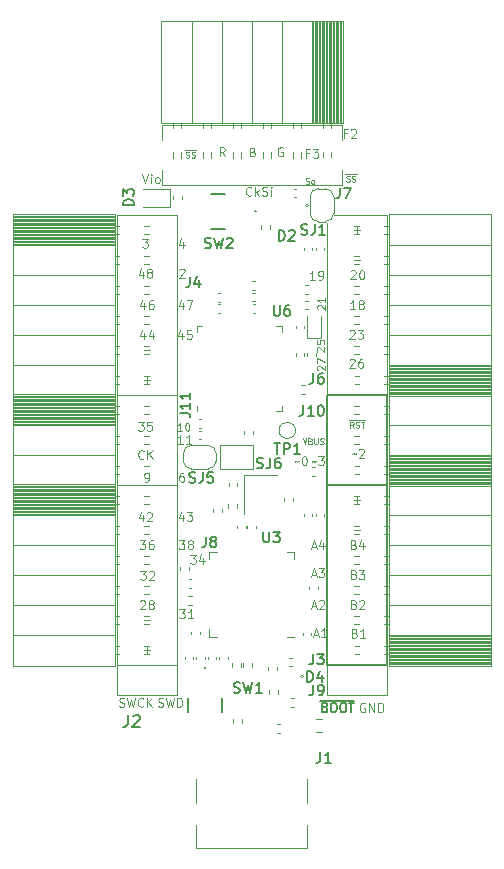
<source format=gbr>
G04 #@! TF.GenerationSoftware,KiCad,Pcbnew,(6.0.5)*
G04 #@! TF.CreationDate,2022-08-24T15:32:52-07:00*
G04 #@! TF.ProjectId,pico-ice,7069636f-2d69-4636-952e-6b696361645f,REV1*
G04 #@! TF.SameCoordinates,Original*
G04 #@! TF.FileFunction,Legend,Top*
G04 #@! TF.FilePolarity,Positive*
%FSLAX46Y46*%
G04 Gerber Fmt 4.6, Leading zero omitted, Abs format (unit mm)*
G04 Created by KiCad (PCBNEW (6.0.5)) date 2022-08-24 15:32:52*
%MOMM*%
%LPD*%
G01*
G04 APERTURE LIST*
%ADD10C,0.120000*%
%ADD11C,0.127000*%
%ADD12C,0.100000*%
%ADD13C,0.150000*%
%ADD14C,0.200000*%
G04 APERTURE END LIST*
D10*
X80010000Y-73660000D02*
X80010000Y-74930000D01*
X66040000Y-96520000D02*
X60960000Y-96520000D01*
X60960000Y-96520000D02*
X60960000Y-104140000D01*
X60960000Y-104140000D02*
X66040000Y-104140000D01*
X66040000Y-104140000D02*
X66040000Y-96520000D01*
X64770000Y-78740000D02*
X64770000Y-77470000D01*
X83820000Y-96520000D02*
X83820000Y-81280000D01*
X78740000Y-96520000D02*
X78740000Y-81915000D01*
X83820000Y-81280000D02*
X79375000Y-81280000D01*
X64770000Y-78740000D02*
X80010000Y-78740000D01*
D11*
X78740000Y-104140000D02*
X83820000Y-104140000D01*
X83820000Y-104140000D02*
X83820000Y-119380000D01*
X83820000Y-119380000D02*
X78740000Y-119380000D01*
X78740000Y-119380000D02*
X78740000Y-104140000D01*
X78740000Y-96520000D02*
X83820000Y-96520000D01*
X83820000Y-96520000D02*
X83820000Y-104140000D01*
X83820000Y-104140000D02*
X78740000Y-104140000D01*
X78740000Y-104140000D02*
X78740000Y-96520000D01*
D10*
X66040000Y-81280000D02*
X60960000Y-81280000D01*
X60960000Y-81280000D02*
X60960000Y-96520000D01*
X60960000Y-96520000D02*
X66040000Y-96520000D01*
X66040000Y-96520000D02*
X66040000Y-81280000D01*
X64770000Y-73660000D02*
X64770000Y-74930000D01*
X64770000Y-73660000D02*
X80010000Y-73660000D01*
X78790800Y-83159600D02*
X78790800Y-83159600D01*
X66040000Y-104140000D02*
X60960000Y-104140000D01*
X60960000Y-104140000D02*
X60960000Y-119380000D01*
X60960000Y-119380000D02*
X66040000Y-119380000D01*
X66040000Y-119380000D02*
X66040000Y-104140000D01*
X80010000Y-78740000D02*
X80010000Y-77470000D01*
D12*
X66589257Y-103119685D02*
X66446400Y-103119685D01*
X66374971Y-103155400D01*
X66339257Y-103191114D01*
X66267828Y-103298257D01*
X66232114Y-103441114D01*
X66232114Y-103726828D01*
X66267828Y-103798257D01*
X66303542Y-103833971D01*
X66374971Y-103869685D01*
X66517828Y-103869685D01*
X66589257Y-103833971D01*
X66624971Y-103798257D01*
X66660685Y-103726828D01*
X66660685Y-103548257D01*
X66624971Y-103476828D01*
X66589257Y-103441114D01*
X66517828Y-103405400D01*
X66374971Y-103405400D01*
X66303542Y-103441114D01*
X66267828Y-103476828D01*
X66232114Y-103548257D01*
X77449828Y-102161571D02*
X77485542Y-102125857D01*
X77556971Y-102090142D01*
X77699828Y-102161571D01*
X77771257Y-102125857D01*
X77806971Y-102090142D01*
X78021257Y-101697285D02*
X78485542Y-101697285D01*
X78235542Y-101983000D01*
X78342685Y-101983000D01*
X78414114Y-102018714D01*
X78449828Y-102054428D01*
X78485542Y-102125857D01*
X78485542Y-102304428D01*
X78449828Y-102375857D01*
X78414114Y-102411571D01*
X78342685Y-102447285D01*
X78128400Y-102447285D01*
X78056971Y-102411571D01*
X78021257Y-102375857D01*
X66536914Y-88739285D02*
X66536914Y-89239285D01*
X66358342Y-88453571D02*
X66179771Y-88989285D01*
X66644057Y-88989285D01*
X66858342Y-88489285D02*
X67358342Y-88489285D01*
X67036914Y-89239285D01*
X80683171Y-93513714D02*
X80718885Y-93478000D01*
X80790314Y-93442285D01*
X80968885Y-93442285D01*
X81040314Y-93478000D01*
X81076028Y-93513714D01*
X81111742Y-93585142D01*
X81111742Y-93656571D01*
X81076028Y-93763714D01*
X80647457Y-94192285D01*
X81111742Y-94192285D01*
X81754600Y-93442285D02*
X81611742Y-93442285D01*
X81540314Y-93478000D01*
X81504600Y-93513714D01*
X81433171Y-93620857D01*
X81397457Y-93763714D01*
X81397457Y-94049428D01*
X81433171Y-94120857D01*
X81468885Y-94156571D01*
X81540314Y-94192285D01*
X81683171Y-94192285D01*
X81754600Y-94156571D01*
X81790314Y-94120857D01*
X81826028Y-94049428D01*
X81826028Y-93870857D01*
X81790314Y-93799428D01*
X81754600Y-93763714D01*
X81683171Y-93728000D01*
X81540314Y-93728000D01*
X81468885Y-93763714D01*
X81433171Y-93799428D01*
X81397457Y-93870857D01*
X66503247Y-99525061D02*
X66140390Y-99525061D01*
X66321819Y-99525061D02*
X66321819Y-98890061D01*
X66261342Y-98980776D01*
X66200866Y-99041252D01*
X66140390Y-99071490D01*
X66896342Y-98890061D02*
X66956819Y-98890061D01*
X67017295Y-98920300D01*
X67047533Y-98950538D01*
X67077771Y-99011014D01*
X67108009Y-99131966D01*
X67108009Y-99283157D01*
X67077771Y-99404109D01*
X67047533Y-99464585D01*
X67017295Y-99494823D01*
X66956819Y-99525061D01*
X66896342Y-99525061D01*
X66835866Y-99494823D01*
X66805628Y-99464585D01*
X66775390Y-99404109D01*
X66745152Y-99283157D01*
X66745152Y-99131966D01*
X66775390Y-99011014D01*
X66805628Y-98950538D01*
X66835866Y-98920300D01*
X66896342Y-98890061D01*
X76948552Y-78612180D02*
X77019980Y-78635990D01*
X77139028Y-78635990D01*
X77186647Y-78612180D01*
X77210457Y-78588371D01*
X77234266Y-78540752D01*
X77234266Y-78493133D01*
X77210457Y-78445514D01*
X77186647Y-78421704D01*
X77139028Y-78397895D01*
X77043790Y-78374085D01*
X76996171Y-78350276D01*
X76972361Y-78326466D01*
X76948552Y-78278847D01*
X76948552Y-78231228D01*
X76972361Y-78183609D01*
X76996171Y-78159800D01*
X77043790Y-78135990D01*
X77162838Y-78135990D01*
X77234266Y-78159800D01*
X77519980Y-78635990D02*
X77472361Y-78612180D01*
X77448552Y-78588371D01*
X77424742Y-78540752D01*
X77424742Y-78397895D01*
X77448552Y-78350276D01*
X77472361Y-78326466D01*
X77519980Y-78302657D01*
X77591409Y-78302657D01*
X77639028Y-78326466D01*
X77662838Y-78350276D01*
X77686647Y-78397895D01*
X77686647Y-78540752D01*
X77662838Y-78588371D01*
X77639028Y-78612180D01*
X77591409Y-78635990D01*
X77519980Y-78635990D01*
X77944738Y-92838209D02*
X77914500Y-92807971D01*
X77884261Y-92747495D01*
X77884261Y-92596304D01*
X77914500Y-92535828D01*
X77944738Y-92505590D01*
X78005214Y-92475352D01*
X78065690Y-92475352D01*
X78156404Y-92505590D01*
X78519261Y-92868447D01*
X78519261Y-92475352D01*
X77884261Y-91900828D02*
X77884261Y-92203209D01*
X78186642Y-92233447D01*
X78156404Y-92203209D01*
X78126166Y-92142733D01*
X78126166Y-91991542D01*
X78156404Y-91931066D01*
X78186642Y-91900828D01*
X78247119Y-91870590D01*
X78398309Y-91870590D01*
X78458785Y-91900828D01*
X78489023Y-91931066D01*
X78519261Y-91991542D01*
X78519261Y-92142733D01*
X78489023Y-92203209D01*
X78458785Y-92233447D01*
X80853428Y-101526571D02*
X80889142Y-101490857D01*
X80960571Y-101455142D01*
X81103428Y-101526571D01*
X81174857Y-101490857D01*
X81210571Y-101455142D01*
X81460571Y-101133714D02*
X81496285Y-101098000D01*
X81567714Y-101062285D01*
X81746285Y-101062285D01*
X81817714Y-101098000D01*
X81853428Y-101133714D01*
X81889142Y-101205142D01*
X81889142Y-101276571D01*
X81853428Y-101383714D01*
X81424857Y-101812285D01*
X81889142Y-101812285D01*
X80759371Y-86046114D02*
X80795085Y-86010400D01*
X80866514Y-85974685D01*
X81045085Y-85974685D01*
X81116514Y-86010400D01*
X81152228Y-86046114D01*
X81187942Y-86117542D01*
X81187942Y-86188971D01*
X81152228Y-86296114D01*
X80723657Y-86724685D01*
X81187942Y-86724685D01*
X81652228Y-85974685D02*
X81723657Y-85974685D01*
X81795085Y-86010400D01*
X81830800Y-86046114D01*
X81866514Y-86117542D01*
X81902228Y-86260400D01*
X81902228Y-86438971D01*
X81866514Y-86581828D01*
X81830800Y-86653257D01*
X81795085Y-86688971D01*
X81723657Y-86724685D01*
X81652228Y-86724685D01*
X81580800Y-86688971D01*
X81545085Y-86653257D01*
X81509371Y-86581828D01*
X81473657Y-86438971D01*
X81473657Y-86260400D01*
X81509371Y-86117542D01*
X81545085Y-86046114D01*
X81580800Y-86010400D01*
X81652228Y-85974685D01*
X63158714Y-86072285D02*
X63158714Y-86572285D01*
X62980142Y-85786571D02*
X62801571Y-86322285D01*
X63265857Y-86322285D01*
X63658714Y-86143714D02*
X63587285Y-86108000D01*
X63551571Y-86072285D01*
X63515857Y-86000857D01*
X63515857Y-85965142D01*
X63551571Y-85893714D01*
X63587285Y-85858000D01*
X63658714Y-85822285D01*
X63801571Y-85822285D01*
X63873000Y-85858000D01*
X63908714Y-85893714D01*
X63944428Y-85965142D01*
X63944428Y-86000857D01*
X63908714Y-86072285D01*
X63873000Y-86108000D01*
X63801571Y-86143714D01*
X63658714Y-86143714D01*
X63587285Y-86179428D01*
X63551571Y-86215142D01*
X63515857Y-86286571D01*
X63515857Y-86429428D01*
X63551571Y-86500857D01*
X63587285Y-86536571D01*
X63658714Y-86572285D01*
X63801571Y-86572285D01*
X63873000Y-86536571D01*
X63908714Y-86500857D01*
X63944428Y-86429428D01*
X63944428Y-86286571D01*
X63908714Y-86215142D01*
X63873000Y-86179428D01*
X63801571Y-86143714D01*
X81001828Y-109191828D02*
X81108971Y-109227542D01*
X81144685Y-109263257D01*
X81180400Y-109334685D01*
X81180400Y-109441828D01*
X81144685Y-109513257D01*
X81108971Y-109548971D01*
X81037542Y-109584685D01*
X80751828Y-109584685D01*
X80751828Y-108834685D01*
X81001828Y-108834685D01*
X81073257Y-108870400D01*
X81108971Y-108906114D01*
X81144685Y-108977542D01*
X81144685Y-109048971D01*
X81108971Y-109120400D01*
X81073257Y-109156114D01*
X81001828Y-109191828D01*
X80751828Y-109191828D01*
X81823257Y-109084685D02*
X81823257Y-109584685D01*
X81644685Y-108798971D02*
X81466114Y-109334685D01*
X81930400Y-109334685D01*
X63357142Y-103844285D02*
X63500000Y-103844285D01*
X63571428Y-103808571D01*
X63607142Y-103772857D01*
X63678571Y-103665714D01*
X63714285Y-103522857D01*
X63714285Y-103237142D01*
X63678571Y-103165714D01*
X63642857Y-103130000D01*
X63571428Y-103094285D01*
X63428571Y-103094285D01*
X63357142Y-103130000D01*
X63321428Y-103165714D01*
X63285714Y-103237142D01*
X63285714Y-103415714D01*
X63321428Y-103487142D01*
X63357142Y-103522857D01*
X63428571Y-103558571D01*
X63571428Y-103558571D01*
X63642857Y-103522857D01*
X63678571Y-103487142D01*
X63714285Y-103415714D01*
X61167342Y-122883971D02*
X61274485Y-122919685D01*
X61453057Y-122919685D01*
X61524485Y-122883971D01*
X61560200Y-122848257D01*
X61595914Y-122776828D01*
X61595914Y-122705400D01*
X61560200Y-122633971D01*
X61524485Y-122598257D01*
X61453057Y-122562542D01*
X61310200Y-122526828D01*
X61238771Y-122491114D01*
X61203057Y-122455400D01*
X61167342Y-122383971D01*
X61167342Y-122312542D01*
X61203057Y-122241114D01*
X61238771Y-122205400D01*
X61310200Y-122169685D01*
X61488771Y-122169685D01*
X61595914Y-122205400D01*
X61845914Y-122169685D02*
X62024485Y-122919685D01*
X62167342Y-122383971D01*
X62310200Y-122919685D01*
X62488771Y-122169685D01*
X63203057Y-122848257D02*
X63167342Y-122883971D01*
X63060200Y-122919685D01*
X62988771Y-122919685D01*
X62881628Y-122883971D01*
X62810200Y-122812542D01*
X62774485Y-122741114D01*
X62738771Y-122598257D01*
X62738771Y-122491114D01*
X62774485Y-122348257D01*
X62810200Y-122276828D01*
X62881628Y-122205400D01*
X62988771Y-122169685D01*
X63060200Y-122169685D01*
X63167342Y-122205400D01*
X63203057Y-122241114D01*
X63524485Y-122919685D02*
X63524485Y-122169685D01*
X63953057Y-122919685D02*
X63631628Y-122491114D01*
X63953057Y-122169685D02*
X63524485Y-122598257D01*
X62892857Y-108809285D02*
X63357142Y-108809285D01*
X63107142Y-109095000D01*
X63214285Y-109095000D01*
X63285714Y-109130714D01*
X63321428Y-109166428D01*
X63357142Y-109237857D01*
X63357142Y-109416428D01*
X63321428Y-109487857D01*
X63285714Y-109523571D01*
X63214285Y-109559285D01*
X63000000Y-109559285D01*
X62928571Y-109523571D01*
X62892857Y-109487857D01*
X64000000Y-108809285D02*
X63857142Y-108809285D01*
X63785714Y-108845000D01*
X63750000Y-108880714D01*
X63678571Y-108987857D01*
X63642857Y-109130714D01*
X63642857Y-109416428D01*
X63678571Y-109487857D01*
X63714285Y-109523571D01*
X63785714Y-109559285D01*
X63928571Y-109559285D01*
X64000000Y-109523571D01*
X64035714Y-109487857D01*
X64071428Y-109416428D01*
X64071428Y-109237857D01*
X64035714Y-109166428D01*
X64000000Y-109130714D01*
X63928571Y-109095000D01*
X63785714Y-109095000D01*
X63714285Y-109130714D01*
X63678571Y-109166428D01*
X63642857Y-109237857D01*
X73267142Y-79602371D02*
X73374285Y-79638085D01*
X73552857Y-79638085D01*
X73624285Y-79602371D01*
X73660000Y-79566657D01*
X73695714Y-79495228D01*
X73695714Y-79423800D01*
X73660000Y-79352371D01*
X73624285Y-79316657D01*
X73552857Y-79280942D01*
X73410000Y-79245228D01*
X73338571Y-79209514D01*
X73302857Y-79173800D01*
X73267142Y-79102371D01*
X73267142Y-79030942D01*
X73302857Y-78959514D01*
X73338571Y-78923800D01*
X73410000Y-78888085D01*
X73588571Y-78888085D01*
X73695714Y-78923800D01*
X74017142Y-79638085D02*
X74017142Y-79138085D01*
X74017142Y-78888085D02*
X73981428Y-78923800D01*
X74017142Y-78959514D01*
X74052857Y-78923800D01*
X74017142Y-78888085D01*
X74017142Y-78959514D01*
X80657771Y-91075314D02*
X80693485Y-91039600D01*
X80764914Y-91003885D01*
X80943485Y-91003885D01*
X81014914Y-91039600D01*
X81050628Y-91075314D01*
X81086342Y-91146742D01*
X81086342Y-91218171D01*
X81050628Y-91325314D01*
X80622057Y-91753885D01*
X81086342Y-91753885D01*
X81336342Y-91003885D02*
X81800628Y-91003885D01*
X81550628Y-91289600D01*
X81657771Y-91289600D01*
X81729200Y-91325314D01*
X81764914Y-91361028D01*
X81800628Y-91432457D01*
X81800628Y-91611028D01*
X81764914Y-91682457D01*
X81729200Y-91718171D01*
X81657771Y-91753885D01*
X81443485Y-91753885D01*
X81372057Y-91718171D01*
X81336342Y-91682457D01*
X66245657Y-114676685D02*
X66709942Y-114676685D01*
X66459942Y-114962400D01*
X66567085Y-114962400D01*
X66638514Y-114998114D01*
X66674228Y-115033828D01*
X66709942Y-115105257D01*
X66709942Y-115283828D01*
X66674228Y-115355257D01*
X66638514Y-115390971D01*
X66567085Y-115426685D01*
X66352800Y-115426685D01*
X66281371Y-115390971D01*
X66245657Y-115355257D01*
X67424228Y-115426685D02*
X66995657Y-115426685D01*
X67209942Y-115426685D02*
X67209942Y-114676685D01*
X67138514Y-114783828D01*
X67067085Y-114855257D01*
X66995657Y-114890971D01*
X63158714Y-106697085D02*
X63158714Y-107197085D01*
X62980142Y-106411371D02*
X62801571Y-106947085D01*
X63265857Y-106947085D01*
X63515857Y-106518514D02*
X63551571Y-106482800D01*
X63623000Y-106447085D01*
X63801571Y-106447085D01*
X63873000Y-106482800D01*
X63908714Y-106518514D01*
X63944428Y-106589942D01*
X63944428Y-106661371D01*
X63908714Y-106768514D01*
X63480142Y-107197085D01*
X63944428Y-107197085D01*
X80295809Y-77817000D02*
X80772000Y-77817000D01*
X80391047Y-78434380D02*
X80462476Y-78458190D01*
X80581523Y-78458190D01*
X80629142Y-78434380D01*
X80652952Y-78410571D01*
X80676761Y-78362952D01*
X80676761Y-78315333D01*
X80652952Y-78267714D01*
X80629142Y-78243904D01*
X80581523Y-78220095D01*
X80486285Y-78196285D01*
X80438666Y-78172476D01*
X80414857Y-78148666D01*
X80391047Y-78101047D01*
X80391047Y-78053428D01*
X80414857Y-78005809D01*
X80438666Y-77982000D01*
X80486285Y-77958190D01*
X80605333Y-77958190D01*
X80676761Y-77982000D01*
X80772000Y-77817000D02*
X81248190Y-77817000D01*
X80867238Y-78434380D02*
X80938666Y-78458190D01*
X81057714Y-78458190D01*
X81105333Y-78434380D01*
X81129142Y-78410571D01*
X81152952Y-78362952D01*
X81152952Y-78315333D01*
X81129142Y-78267714D01*
X81105333Y-78243904D01*
X81057714Y-78220095D01*
X80962476Y-78196285D01*
X80914857Y-78172476D01*
X80891047Y-78148666D01*
X80867238Y-78101047D01*
X80867238Y-78053428D01*
X80891047Y-78005809D01*
X80914857Y-77982000D01*
X80962476Y-77958190D01*
X81081523Y-77958190D01*
X81152952Y-77982000D01*
X63113142Y-77821285D02*
X63363142Y-78571285D01*
X63613142Y-77821285D01*
X63863142Y-78571285D02*
X63863142Y-78071285D01*
X63863142Y-77821285D02*
X63827428Y-77857000D01*
X63863142Y-77892714D01*
X63898857Y-77857000D01*
X63863142Y-77821285D01*
X63863142Y-77892714D01*
X64327428Y-78571285D02*
X64256000Y-78535571D01*
X64220285Y-78499857D01*
X64184571Y-78428428D01*
X64184571Y-78214142D01*
X64220285Y-78142714D01*
X64256000Y-78107000D01*
X64327428Y-78071285D01*
X64434571Y-78071285D01*
X64506000Y-78107000D01*
X64541714Y-78142714D01*
X64577428Y-78214142D01*
X64577428Y-78428428D01*
X64541714Y-78499857D01*
X64506000Y-78535571D01*
X64434571Y-78571285D01*
X64327428Y-78571285D01*
X80994285Y-107952771D02*
X81565714Y-107952771D01*
X81027228Y-114246428D02*
X81134371Y-114282142D01*
X81170085Y-114317857D01*
X81205800Y-114389285D01*
X81205800Y-114496428D01*
X81170085Y-114567857D01*
X81134371Y-114603571D01*
X81062942Y-114639285D01*
X80777228Y-114639285D01*
X80777228Y-113889285D01*
X81027228Y-113889285D01*
X81098657Y-113925000D01*
X81134371Y-113960714D01*
X81170085Y-114032142D01*
X81170085Y-114103571D01*
X81134371Y-114175000D01*
X81098657Y-114210714D01*
X81027228Y-114246428D01*
X80777228Y-114246428D01*
X81491514Y-113960714D02*
X81527228Y-113925000D01*
X81598657Y-113889285D01*
X81777228Y-113889285D01*
X81848657Y-113925000D01*
X81884371Y-113960714D01*
X81920085Y-114032142D01*
X81920085Y-114103571D01*
X81884371Y-114210714D01*
X81455800Y-114639285D01*
X81920085Y-114639285D01*
X72343971Y-79566657D02*
X72308257Y-79602371D01*
X72201114Y-79638085D01*
X72129685Y-79638085D01*
X72022542Y-79602371D01*
X71951114Y-79530942D01*
X71915400Y-79459514D01*
X71879685Y-79316657D01*
X71879685Y-79209514D01*
X71915400Y-79066657D01*
X71951114Y-78995228D01*
X72022542Y-78923800D01*
X72129685Y-78888085D01*
X72201114Y-78888085D01*
X72308257Y-78923800D01*
X72343971Y-78959514D01*
X72665400Y-79638085D02*
X72665400Y-78888085D01*
X72736828Y-79352371D02*
X72951114Y-79638085D01*
X72951114Y-79138085D02*
X72665400Y-79423800D01*
X77442285Y-114399600D02*
X77799428Y-114399600D01*
X77370857Y-114613885D02*
X77620857Y-113863885D01*
X77870857Y-114613885D01*
X78085142Y-113935314D02*
X78120857Y-113899600D01*
X78192285Y-113863885D01*
X78370857Y-113863885D01*
X78442285Y-113899600D01*
X78478000Y-113935314D01*
X78513714Y-114006742D01*
X78513714Y-114078171D01*
X78478000Y-114185314D01*
X78049428Y-114613885D01*
X78513714Y-114613885D01*
X62765857Y-98776285D02*
X63230142Y-98776285D01*
X62980142Y-99062000D01*
X63087285Y-99062000D01*
X63158714Y-99097714D01*
X63194428Y-99133428D01*
X63230142Y-99204857D01*
X63230142Y-99383428D01*
X63194428Y-99454857D01*
X63158714Y-99490571D01*
X63087285Y-99526285D01*
X62873000Y-99526285D01*
X62801571Y-99490571D01*
X62765857Y-99454857D01*
X63908714Y-98776285D02*
X63551571Y-98776285D01*
X63515857Y-99133428D01*
X63551571Y-99097714D01*
X63623000Y-99062000D01*
X63801571Y-99062000D01*
X63873000Y-99097714D01*
X63908714Y-99133428D01*
X63944428Y-99204857D01*
X63944428Y-99383428D01*
X63908714Y-99454857D01*
X63873000Y-99490571D01*
X63801571Y-99526285D01*
X63623000Y-99526285D01*
X63551571Y-99490571D01*
X63515857Y-99454857D01*
X62928571Y-113986114D02*
X62964285Y-113950400D01*
X63035714Y-113914685D01*
X63214285Y-113914685D01*
X63285714Y-113950400D01*
X63321428Y-113986114D01*
X63357142Y-114057542D01*
X63357142Y-114128971D01*
X63321428Y-114236114D01*
X62892857Y-114664685D01*
X63357142Y-114664685D01*
X63785714Y-114236114D02*
X63714285Y-114200400D01*
X63678571Y-114164685D01*
X63642857Y-114093257D01*
X63642857Y-114057542D01*
X63678571Y-113986114D01*
X63714285Y-113950400D01*
X63785714Y-113914685D01*
X63928571Y-113914685D01*
X64000000Y-113950400D01*
X64035714Y-113986114D01*
X64071428Y-114057542D01*
X64071428Y-114093257D01*
X64035714Y-114164685D01*
X64000000Y-114200400D01*
X63928571Y-114236114D01*
X63785714Y-114236114D01*
X63714285Y-114271828D01*
X63678571Y-114307542D01*
X63642857Y-114378971D01*
X63642857Y-114521828D01*
X63678571Y-114593257D01*
X63714285Y-114628971D01*
X63785714Y-114664685D01*
X63928571Y-114664685D01*
X64000000Y-114628971D01*
X64035714Y-114593257D01*
X64071428Y-114521828D01*
X64071428Y-114378971D01*
X64035714Y-114307542D01*
X64000000Y-114271828D01*
X63928571Y-114236114D01*
D11*
X78182571Y-122389700D02*
X78932571Y-122389700D01*
X78611142Y-122958628D02*
X78718285Y-122994342D01*
X78754000Y-123030057D01*
X78789714Y-123101485D01*
X78789714Y-123208628D01*
X78754000Y-123280057D01*
X78718285Y-123315771D01*
X78646857Y-123351485D01*
X78361142Y-123351485D01*
X78361142Y-122601485D01*
X78611142Y-122601485D01*
X78682571Y-122637200D01*
X78718285Y-122672914D01*
X78754000Y-122744342D01*
X78754000Y-122815771D01*
X78718285Y-122887200D01*
X78682571Y-122922914D01*
X78611142Y-122958628D01*
X78361142Y-122958628D01*
X78932571Y-122389700D02*
X79718285Y-122389700D01*
X79254000Y-122601485D02*
X79396857Y-122601485D01*
X79468285Y-122637200D01*
X79539714Y-122708628D01*
X79575428Y-122851485D01*
X79575428Y-123101485D01*
X79539714Y-123244342D01*
X79468285Y-123315771D01*
X79396857Y-123351485D01*
X79254000Y-123351485D01*
X79182571Y-123315771D01*
X79111142Y-123244342D01*
X79075428Y-123101485D01*
X79075428Y-122851485D01*
X79111142Y-122708628D01*
X79182571Y-122637200D01*
X79254000Y-122601485D01*
X79718285Y-122389700D02*
X80504000Y-122389700D01*
X80039714Y-122601485D02*
X80182571Y-122601485D01*
X80254000Y-122637200D01*
X80325428Y-122708628D01*
X80361142Y-122851485D01*
X80361142Y-123101485D01*
X80325428Y-123244342D01*
X80254000Y-123315771D01*
X80182571Y-123351485D01*
X80039714Y-123351485D01*
X79968285Y-123315771D01*
X79896857Y-123244342D01*
X79861142Y-123101485D01*
X79861142Y-122851485D01*
X79896857Y-122708628D01*
X79968285Y-122637200D01*
X80039714Y-122601485D01*
X80504000Y-122389700D02*
X81075428Y-122389700D01*
X80575428Y-122601485D02*
X81004000Y-122601485D01*
X80789714Y-123351485D02*
X80789714Y-122601485D01*
D12*
X63285714Y-91279285D02*
X63285714Y-91779285D01*
X63107142Y-90993571D02*
X62928571Y-91529285D01*
X63392857Y-91529285D01*
X64000000Y-91279285D02*
X64000000Y-91779285D01*
X63821428Y-90993571D02*
X63642857Y-91529285D01*
X64107142Y-91529285D01*
X77995538Y-89256809D02*
X77965300Y-89226571D01*
X77935061Y-89166095D01*
X77935061Y-89014904D01*
X77965300Y-88954428D01*
X77995538Y-88924190D01*
X78056014Y-88893952D01*
X78116490Y-88893952D01*
X78207204Y-88924190D01*
X78570061Y-89287047D01*
X78570061Y-88893952D01*
X78570061Y-88289190D02*
X78570061Y-88652047D01*
X78570061Y-88470619D02*
X77935061Y-88470619D01*
X78025776Y-88531095D01*
X78086252Y-88591571D01*
X78116490Y-88652047D01*
X67185457Y-110053885D02*
X67649742Y-110053885D01*
X67399742Y-110339600D01*
X67506885Y-110339600D01*
X67578314Y-110375314D01*
X67614028Y-110411028D01*
X67649742Y-110482457D01*
X67649742Y-110661028D01*
X67614028Y-110732457D01*
X67578314Y-110768171D01*
X67506885Y-110803885D01*
X67292600Y-110803885D01*
X67221171Y-110768171D01*
X67185457Y-110732457D01*
X68292600Y-110303885D02*
X68292600Y-110803885D01*
X68114028Y-110018171D02*
X67935457Y-110553885D01*
X68399742Y-110553885D01*
X81953171Y-122637200D02*
X81881742Y-122601485D01*
X81774600Y-122601485D01*
X81667457Y-122637200D01*
X81596028Y-122708628D01*
X81560314Y-122780057D01*
X81524600Y-122922914D01*
X81524600Y-123030057D01*
X81560314Y-123172914D01*
X81596028Y-123244342D01*
X81667457Y-123315771D01*
X81774600Y-123351485D01*
X81846028Y-123351485D01*
X81953171Y-123315771D01*
X81988885Y-123280057D01*
X81988885Y-123030057D01*
X81846028Y-123030057D01*
X82310314Y-123351485D02*
X82310314Y-122601485D01*
X82738885Y-123351485D01*
X82738885Y-122601485D01*
X83096028Y-123351485D02*
X83096028Y-122601485D01*
X83274600Y-122601485D01*
X83381742Y-122637200D01*
X83453171Y-122708628D01*
X83488885Y-122780057D01*
X83524600Y-122922914D01*
X83524600Y-123030057D01*
X83488885Y-123172914D01*
X83453171Y-123244342D01*
X83381742Y-123315771D01*
X83274600Y-123351485D01*
X83096028Y-123351485D01*
X80420400Y-74343028D02*
X80170400Y-74343028D01*
X80170400Y-74735885D02*
X80170400Y-73985885D01*
X80527542Y-73985885D01*
X80777542Y-74057314D02*
X80813257Y-74021600D01*
X80884685Y-73985885D01*
X81063257Y-73985885D01*
X81134685Y-74021600D01*
X81170400Y-74057314D01*
X81206114Y-74128742D01*
X81206114Y-74200171D01*
X81170400Y-74307314D01*
X80741828Y-74735885D01*
X81206114Y-74735885D01*
X81027228Y-111706428D02*
X81134371Y-111742142D01*
X81170085Y-111777857D01*
X81205800Y-111849285D01*
X81205800Y-111956428D01*
X81170085Y-112027857D01*
X81134371Y-112063571D01*
X81062942Y-112099285D01*
X80777228Y-112099285D01*
X80777228Y-111349285D01*
X81027228Y-111349285D01*
X81098657Y-111385000D01*
X81134371Y-111420714D01*
X81170085Y-111492142D01*
X81170085Y-111563571D01*
X81134371Y-111635000D01*
X81098657Y-111670714D01*
X81027228Y-111706428D01*
X80777228Y-111706428D01*
X81455800Y-111349285D02*
X81920085Y-111349285D01*
X81670085Y-111635000D01*
X81777228Y-111635000D01*
X81848657Y-111670714D01*
X81884371Y-111706428D01*
X81920085Y-111777857D01*
X81920085Y-111956428D01*
X81884371Y-112027857D01*
X81848657Y-112063571D01*
X81777228Y-112099285D01*
X81562942Y-112099285D01*
X81491514Y-112063571D01*
X81455800Y-112027857D01*
X63214285Y-95252771D02*
X63785714Y-95252771D01*
X63500000Y-95538485D02*
X63500000Y-94967057D01*
X80994285Y-85092771D02*
X81565714Y-85092771D01*
X76002028Y-102161571D02*
X76037742Y-102125857D01*
X76109171Y-102090142D01*
X76252028Y-102161571D01*
X76323457Y-102125857D01*
X76359171Y-102090142D01*
X76787742Y-101697285D02*
X76859171Y-101697285D01*
X76930600Y-101733000D01*
X76966314Y-101768714D01*
X77002028Y-101840142D01*
X77037742Y-101983000D01*
X77037742Y-102161571D01*
X77002028Y-102304428D01*
X76966314Y-102375857D01*
X76930600Y-102411571D01*
X76859171Y-102447285D01*
X76787742Y-102447285D01*
X76716314Y-102411571D01*
X76680600Y-102375857D01*
X76644885Y-102304428D01*
X76609171Y-102161571D01*
X76609171Y-101983000D01*
X76644885Y-101840142D01*
X76680600Y-101768714D01*
X76716314Y-101733000D01*
X76787742Y-101697285D01*
X72443571Y-75926428D02*
X72550714Y-75962142D01*
X72586428Y-75997857D01*
X72622142Y-76069285D01*
X72622142Y-76176428D01*
X72586428Y-76247857D01*
X72550714Y-76283571D01*
X72479285Y-76319285D01*
X72193571Y-76319285D01*
X72193571Y-75569285D01*
X72443571Y-75569285D01*
X72515000Y-75605000D01*
X72550714Y-75640714D01*
X72586428Y-75712142D01*
X72586428Y-75783571D01*
X72550714Y-75855000D01*
X72515000Y-75890714D01*
X72443571Y-75926428D01*
X72193571Y-75926428D01*
X80994285Y-82552771D02*
X81565714Y-82552771D01*
X81280000Y-82838485D02*
X81280000Y-82267057D01*
X77733542Y-86750085D02*
X77304971Y-86750085D01*
X77519257Y-86750085D02*
X77519257Y-86000085D01*
X77447828Y-86107228D01*
X77376400Y-86178657D01*
X77304971Y-86214371D01*
X78090685Y-86750085D02*
X78233542Y-86750085D01*
X78304971Y-86714371D01*
X78340685Y-86678657D01*
X78412114Y-86571514D01*
X78447828Y-86428657D01*
X78447828Y-86142942D01*
X78412114Y-86071514D01*
X78376400Y-86035800D01*
X78304971Y-86000085D01*
X78162114Y-86000085D01*
X78090685Y-86035800D01*
X78054971Y-86071514D01*
X78019257Y-86142942D01*
X78019257Y-86321514D01*
X78054971Y-86392942D01*
X78090685Y-86428657D01*
X78162114Y-86464371D01*
X78304971Y-86464371D01*
X78376400Y-86428657D01*
X78412114Y-86392942D01*
X78447828Y-86321514D01*
X76680333Y-100183190D02*
X76847000Y-100683190D01*
X77013666Y-100183190D01*
X77347000Y-100421285D02*
X77418428Y-100445095D01*
X77442238Y-100468904D01*
X77466047Y-100516523D01*
X77466047Y-100587952D01*
X77442238Y-100635571D01*
X77418428Y-100659380D01*
X77370809Y-100683190D01*
X77180333Y-100683190D01*
X77180333Y-100183190D01*
X77347000Y-100183190D01*
X77394619Y-100207000D01*
X77418428Y-100230809D01*
X77442238Y-100278428D01*
X77442238Y-100326047D01*
X77418428Y-100373666D01*
X77394619Y-100397476D01*
X77347000Y-100421285D01*
X77180333Y-100421285D01*
X77680333Y-100183190D02*
X77680333Y-100587952D01*
X77704142Y-100635571D01*
X77727952Y-100659380D01*
X77775571Y-100683190D01*
X77870809Y-100683190D01*
X77918428Y-100659380D01*
X77942238Y-100635571D01*
X77966047Y-100587952D01*
X77966047Y-100183190D01*
X78180333Y-100659380D02*
X78251761Y-100683190D01*
X78370809Y-100683190D01*
X78418428Y-100659380D01*
X78442238Y-100635571D01*
X78466047Y-100587952D01*
X78466047Y-100540333D01*
X78442238Y-100492714D01*
X78418428Y-100468904D01*
X78370809Y-100445095D01*
X78275571Y-100421285D01*
X78227952Y-100397476D01*
X78204142Y-100373666D01*
X78180333Y-100326047D01*
X78180333Y-100278428D01*
X78204142Y-100230809D01*
X78227952Y-100207000D01*
X78275571Y-100183190D01*
X78394619Y-100183190D01*
X78466047Y-100207000D01*
X70082142Y-76285285D02*
X69832142Y-75928142D01*
X69653571Y-76285285D02*
X69653571Y-75535285D01*
X69939285Y-75535285D01*
X70010714Y-75571000D01*
X70046428Y-75606714D01*
X70082142Y-75678142D01*
X70082142Y-75785285D01*
X70046428Y-75856714D01*
X70010714Y-75892428D01*
X69939285Y-75928142D01*
X69653571Y-75928142D01*
X66706809Y-75785000D02*
X67183000Y-75785000D01*
X66802047Y-76402380D02*
X66873476Y-76426190D01*
X66992523Y-76426190D01*
X67040142Y-76402380D01*
X67063952Y-76378571D01*
X67087761Y-76330952D01*
X67087761Y-76283333D01*
X67063952Y-76235714D01*
X67040142Y-76211904D01*
X66992523Y-76188095D01*
X66897285Y-76164285D01*
X66849666Y-76140476D01*
X66825857Y-76116666D01*
X66802047Y-76069047D01*
X66802047Y-76021428D01*
X66825857Y-75973809D01*
X66849666Y-75950000D01*
X66897285Y-75926190D01*
X67016333Y-75926190D01*
X67087761Y-75950000D01*
X67183000Y-75785000D02*
X67659190Y-75785000D01*
X67278238Y-76402380D02*
X67349666Y-76426190D01*
X67468714Y-76426190D01*
X67516333Y-76402380D01*
X67540142Y-76378571D01*
X67563952Y-76330952D01*
X67563952Y-76283333D01*
X67540142Y-76235714D01*
X67516333Y-76211904D01*
X67468714Y-76188095D01*
X67373476Y-76164285D01*
X67325857Y-76140476D01*
X67302047Y-76116666D01*
X67278238Y-76069047D01*
X67278238Y-76021428D01*
X67302047Y-75973809D01*
X67325857Y-75950000D01*
X67373476Y-75926190D01*
X67492523Y-75926190D01*
X67563952Y-75950000D01*
X63285714Y-88739285D02*
X63285714Y-89239285D01*
X63107142Y-88453571D02*
X62928571Y-88989285D01*
X63392857Y-88989285D01*
X64000000Y-88489285D02*
X63857142Y-88489285D01*
X63785714Y-88525000D01*
X63750000Y-88560714D01*
X63678571Y-88667857D01*
X63642857Y-88810714D01*
X63642857Y-89096428D01*
X63678571Y-89167857D01*
X63714285Y-89203571D01*
X63785714Y-89239285D01*
X63928571Y-89239285D01*
X64000000Y-89203571D01*
X64035714Y-89167857D01*
X64071428Y-89096428D01*
X64071428Y-88917857D01*
X64035714Y-88846428D01*
X64000000Y-88810714D01*
X63928571Y-88775000D01*
X63785714Y-88775000D01*
X63714285Y-88810714D01*
X63678571Y-88846428D01*
X63642857Y-88917857D01*
X80994285Y-105412771D02*
X81565714Y-105412771D01*
X81280000Y-105698485D02*
X81280000Y-105127057D01*
X63214285Y-92712771D02*
X63785714Y-92712771D01*
X77442285Y-109370400D02*
X77799428Y-109370400D01*
X77370857Y-109584685D02*
X77620857Y-108834685D01*
X77870857Y-109584685D01*
X78442285Y-109084685D02*
X78442285Y-109584685D01*
X78263714Y-108798971D02*
X78085142Y-109334685D01*
X78549428Y-109334685D01*
X66257514Y-85893714D02*
X66293228Y-85858000D01*
X66364657Y-85822285D01*
X66543228Y-85822285D01*
X66614657Y-85858000D01*
X66650371Y-85893714D01*
X66686085Y-85965142D01*
X66686085Y-86036571D01*
X66650371Y-86143714D01*
X66221800Y-86572285D01*
X66686085Y-86572285D01*
X80601428Y-98645000D02*
X81101428Y-98645000D01*
X81006190Y-99286190D02*
X80839523Y-99048095D01*
X80720476Y-99286190D02*
X80720476Y-98786190D01*
X80910952Y-98786190D01*
X80958571Y-98810000D01*
X80982380Y-98833809D01*
X81006190Y-98881428D01*
X81006190Y-98952857D01*
X80982380Y-99000476D01*
X80958571Y-99024285D01*
X80910952Y-99048095D01*
X80720476Y-99048095D01*
X81101428Y-98645000D02*
X81577619Y-98645000D01*
X81196666Y-99262380D02*
X81268095Y-99286190D01*
X81387142Y-99286190D01*
X81434761Y-99262380D01*
X81458571Y-99238571D01*
X81482380Y-99190952D01*
X81482380Y-99143333D01*
X81458571Y-99095714D01*
X81434761Y-99071904D01*
X81387142Y-99048095D01*
X81291904Y-99024285D01*
X81244285Y-99000476D01*
X81220476Y-98976666D01*
X81196666Y-98929047D01*
X81196666Y-98881428D01*
X81220476Y-98833809D01*
X81244285Y-98810000D01*
X81291904Y-98786190D01*
X81410952Y-98786190D01*
X81482380Y-98810000D01*
X81577619Y-98645000D02*
X81958571Y-98645000D01*
X81625238Y-98786190D02*
X81910952Y-98786190D01*
X81768095Y-99286190D02*
X81768095Y-98786190D01*
X66557542Y-100643885D02*
X66128971Y-100643885D01*
X66343257Y-100643885D02*
X66343257Y-99893885D01*
X66271828Y-100001028D01*
X66200400Y-100072457D01*
X66128971Y-100108171D01*
X67271828Y-100643885D02*
X66843257Y-100643885D01*
X67057542Y-100643885D02*
X67057542Y-99893885D01*
X66986114Y-100001028D01*
X66914685Y-100072457D01*
X66843257Y-100108171D01*
X74999428Y-75571000D02*
X74928000Y-75535285D01*
X74820857Y-75535285D01*
X74713714Y-75571000D01*
X74642285Y-75642428D01*
X74606571Y-75713857D01*
X74570857Y-75856714D01*
X74570857Y-75963857D01*
X74606571Y-76106714D01*
X74642285Y-76178142D01*
X74713714Y-76249571D01*
X74820857Y-76285285D01*
X74892285Y-76285285D01*
X74999428Y-76249571D01*
X75035142Y-76213857D01*
X75035142Y-75963857D01*
X74892285Y-75963857D01*
X66511514Y-91279285D02*
X66511514Y-91779285D01*
X66332942Y-90993571D02*
X66154371Y-91529285D01*
X66618657Y-91529285D01*
X67261514Y-91029285D02*
X66904371Y-91029285D01*
X66868657Y-91386428D01*
X66904371Y-91350714D01*
X66975800Y-91315000D01*
X67154371Y-91315000D01*
X67225800Y-91350714D01*
X67261514Y-91386428D01*
X67297228Y-91457857D01*
X67297228Y-91636428D01*
X67261514Y-91707857D01*
X67225800Y-91743571D01*
X67154371Y-91779285D01*
X66975800Y-91779285D01*
X66904371Y-91743571D01*
X66868657Y-91707857D01*
X77220000Y-76019428D02*
X76970000Y-76019428D01*
X76970000Y-76412285D02*
X76970000Y-75662285D01*
X77327142Y-75662285D01*
X77541428Y-75662285D02*
X78005714Y-75662285D01*
X77755714Y-75948000D01*
X77862857Y-75948000D01*
X77934285Y-75983714D01*
X77970000Y-76019428D01*
X78005714Y-76090857D01*
X78005714Y-76269428D01*
X77970000Y-76340857D01*
X77934285Y-76376571D01*
X77862857Y-76412285D01*
X77648571Y-76412285D01*
X77577142Y-76376571D01*
X77541428Y-76340857D01*
X62943657Y-111400085D02*
X63407942Y-111400085D01*
X63157942Y-111685800D01*
X63265085Y-111685800D01*
X63336514Y-111721514D01*
X63372228Y-111757228D01*
X63407942Y-111828657D01*
X63407942Y-112007228D01*
X63372228Y-112078657D01*
X63336514Y-112114371D01*
X63265085Y-112150085D01*
X63050800Y-112150085D01*
X62979371Y-112114371D01*
X62943657Y-112078657D01*
X63693657Y-111471514D02*
X63729371Y-111435800D01*
X63800800Y-111400085D01*
X63979371Y-111400085D01*
X64050800Y-111435800D01*
X64086514Y-111471514D01*
X64122228Y-111542942D01*
X64122228Y-111614371D01*
X64086514Y-111721514D01*
X63657942Y-112150085D01*
X64122228Y-112150085D01*
X64463342Y-122883971D02*
X64570485Y-122919685D01*
X64749057Y-122919685D01*
X64820485Y-122883971D01*
X64856200Y-122848257D01*
X64891914Y-122776828D01*
X64891914Y-122705400D01*
X64856200Y-122633971D01*
X64820485Y-122598257D01*
X64749057Y-122562542D01*
X64606200Y-122526828D01*
X64534771Y-122491114D01*
X64499057Y-122455400D01*
X64463342Y-122383971D01*
X64463342Y-122312542D01*
X64499057Y-122241114D01*
X64534771Y-122205400D01*
X64606200Y-122169685D01*
X64784771Y-122169685D01*
X64891914Y-122205400D01*
X65141914Y-122169685D02*
X65320485Y-122919685D01*
X65463342Y-122383971D01*
X65606200Y-122919685D01*
X65784771Y-122169685D01*
X66070485Y-122919685D02*
X66070485Y-122169685D01*
X66249057Y-122169685D01*
X66356200Y-122205400D01*
X66427628Y-122276828D01*
X66463342Y-122348257D01*
X66499057Y-122491114D01*
X66499057Y-122598257D01*
X66463342Y-122741114D01*
X66427628Y-122812542D01*
X66356200Y-122883971D01*
X66249057Y-122919685D01*
X66070485Y-122919685D01*
X66220257Y-108809285D02*
X66684542Y-108809285D01*
X66434542Y-109095000D01*
X66541685Y-109095000D01*
X66613114Y-109130714D01*
X66648828Y-109166428D01*
X66684542Y-109237857D01*
X66684542Y-109416428D01*
X66648828Y-109487857D01*
X66613114Y-109523571D01*
X66541685Y-109559285D01*
X66327400Y-109559285D01*
X66255971Y-109523571D01*
X66220257Y-109487857D01*
X67113114Y-109130714D02*
X67041685Y-109095000D01*
X67005971Y-109059285D01*
X66970257Y-108987857D01*
X66970257Y-108952142D01*
X67005971Y-108880714D01*
X67041685Y-108845000D01*
X67113114Y-108809285D01*
X67255971Y-108809285D01*
X67327400Y-108845000D01*
X67363114Y-108880714D01*
X67398828Y-108952142D01*
X67398828Y-108987857D01*
X67363114Y-109059285D01*
X67327400Y-109095000D01*
X67255971Y-109130714D01*
X67113114Y-109130714D01*
X67041685Y-109166428D01*
X67005971Y-109202142D01*
X66970257Y-109273571D01*
X66970257Y-109416428D01*
X67005971Y-109487857D01*
X67041685Y-109523571D01*
X67113114Y-109559285D01*
X67255971Y-109559285D01*
X67327400Y-109523571D01*
X67363114Y-109487857D01*
X67398828Y-109416428D01*
X67398828Y-109273571D01*
X67363114Y-109202142D01*
X67327400Y-109166428D01*
X67255971Y-109130714D01*
X63258095Y-115564557D02*
X63741904Y-115564557D01*
X63214285Y-118112771D02*
X63785714Y-118112771D01*
X63500000Y-118398485D02*
X63500000Y-117827057D01*
X81137142Y-89264685D02*
X80708571Y-89264685D01*
X80922857Y-89264685D02*
X80922857Y-88514685D01*
X80851428Y-88621828D01*
X80780000Y-88693257D01*
X80708571Y-88728971D01*
X81565714Y-88836114D02*
X81494285Y-88800400D01*
X81458571Y-88764685D01*
X81422857Y-88693257D01*
X81422857Y-88657542D01*
X81458571Y-88586114D01*
X81494285Y-88550400D01*
X81565714Y-88514685D01*
X81708571Y-88514685D01*
X81780000Y-88550400D01*
X81815714Y-88586114D01*
X81851428Y-88657542D01*
X81851428Y-88693257D01*
X81815714Y-88764685D01*
X81780000Y-88800400D01*
X81708571Y-88836114D01*
X81565714Y-88836114D01*
X81494285Y-88871828D01*
X81458571Y-88907542D01*
X81422857Y-88978971D01*
X81422857Y-89121828D01*
X81458571Y-89193257D01*
X81494285Y-89228971D01*
X81565714Y-89264685D01*
X81708571Y-89264685D01*
X81780000Y-89228971D01*
X81815714Y-89193257D01*
X81851428Y-89121828D01*
X81851428Y-88978971D01*
X81815714Y-88907542D01*
X81780000Y-88871828D01*
X81708571Y-88836114D01*
X77970138Y-94413009D02*
X77939900Y-94382771D01*
X77909661Y-94322295D01*
X77909661Y-94171104D01*
X77939900Y-94110628D01*
X77970138Y-94080390D01*
X78030614Y-94050152D01*
X78091090Y-94050152D01*
X78181804Y-94080390D01*
X78544661Y-94443247D01*
X78544661Y-94050152D01*
X77909661Y-93838485D02*
X77909661Y-93415152D01*
X78544661Y-93687295D01*
X63230142Y-101867857D02*
X63194428Y-101903571D01*
X63087285Y-101939285D01*
X63015857Y-101939285D01*
X62908714Y-101903571D01*
X62837285Y-101832142D01*
X62801571Y-101760714D01*
X62765857Y-101617857D01*
X62765857Y-101510714D01*
X62801571Y-101367857D01*
X62837285Y-101296428D01*
X62908714Y-101225000D01*
X63015857Y-101189285D01*
X63087285Y-101189285D01*
X63194428Y-101225000D01*
X63230142Y-101260714D01*
X63551571Y-101939285D02*
X63551571Y-101189285D01*
X63980142Y-101939285D02*
X63658714Y-101510714D01*
X63980142Y-101189285D02*
X63551571Y-101617857D01*
X66562314Y-106671685D02*
X66562314Y-107171685D01*
X66383742Y-106385971D02*
X66205171Y-106921685D01*
X66669457Y-106921685D01*
X66883742Y-106421685D02*
X67348028Y-106421685D01*
X67098028Y-106707400D01*
X67205171Y-106707400D01*
X67276600Y-106743114D01*
X67312314Y-106778828D01*
X67348028Y-106850257D01*
X67348028Y-107028828D01*
X67312314Y-107100257D01*
X67276600Y-107135971D01*
X67205171Y-107171685D01*
X66990885Y-107171685D01*
X66919457Y-107135971D01*
X66883742Y-107100257D01*
X77620085Y-116812600D02*
X77977228Y-116812600D01*
X77548657Y-117026885D02*
X77798657Y-116276885D01*
X78048657Y-117026885D01*
X78691514Y-117026885D02*
X78262942Y-117026885D01*
X78477228Y-117026885D02*
X78477228Y-116276885D01*
X78405800Y-116384028D01*
X78334371Y-116455457D01*
X78262942Y-116491171D01*
X66589257Y-83532285D02*
X66589257Y-84032285D01*
X66410685Y-83246571D02*
X66232114Y-83782285D01*
X66696400Y-83782285D01*
X63123000Y-83282285D02*
X63587285Y-83282285D01*
X63337285Y-83568000D01*
X63444428Y-83568000D01*
X63515857Y-83603714D01*
X63551571Y-83639428D01*
X63587285Y-83710857D01*
X63587285Y-83889428D01*
X63551571Y-83960857D01*
X63515857Y-83996571D01*
X63444428Y-84032285D01*
X63230142Y-84032285D01*
X63158714Y-83996571D01*
X63123000Y-83960857D01*
X81103428Y-116659428D02*
X81210571Y-116695142D01*
X81246285Y-116730857D01*
X81282000Y-116802285D01*
X81282000Y-116909428D01*
X81246285Y-116980857D01*
X81210571Y-117016571D01*
X81139142Y-117052285D01*
X80853428Y-117052285D01*
X80853428Y-116302285D01*
X81103428Y-116302285D01*
X81174857Y-116338000D01*
X81210571Y-116373714D01*
X81246285Y-116445142D01*
X81246285Y-116516571D01*
X81210571Y-116588000D01*
X81174857Y-116623714D01*
X81103428Y-116659428D01*
X80853428Y-116659428D01*
X81996285Y-117052285D02*
X81567714Y-117052285D01*
X81782000Y-117052285D02*
X81782000Y-116302285D01*
X81710571Y-116409428D01*
X81639142Y-116480857D01*
X81567714Y-116516571D01*
X77442285Y-111732600D02*
X77799428Y-111732600D01*
X77370857Y-111946885D02*
X77620857Y-111196885D01*
X77870857Y-111946885D01*
X78049428Y-111196885D02*
X78513714Y-111196885D01*
X78263714Y-111482600D01*
X78370857Y-111482600D01*
X78442285Y-111518314D01*
X78478000Y-111554028D01*
X78513714Y-111625457D01*
X78513714Y-111804028D01*
X78478000Y-111875457D01*
X78442285Y-111911171D01*
X78370857Y-111946885D01*
X78156571Y-111946885D01*
X78085142Y-111911171D01*
X78049428Y-111875457D01*
D11*
X62378166Y-80462966D02*
X61489166Y-80462966D01*
X61489166Y-80251300D01*
X61531500Y-80124300D01*
X61616166Y-80039633D01*
X61700833Y-79997300D01*
X61870166Y-79954966D01*
X61997166Y-79954966D01*
X62166500Y-79997300D01*
X62251166Y-80039633D01*
X62335833Y-80124300D01*
X62378166Y-80251300D01*
X62378166Y-80462966D01*
X61489166Y-79658633D02*
X61489166Y-79108300D01*
X61827833Y-79404633D01*
X61827833Y-79277633D01*
X61870166Y-79192966D01*
X61912500Y-79150633D01*
X61997166Y-79108300D01*
X62208833Y-79108300D01*
X62293500Y-79150633D01*
X62335833Y-79192966D01*
X62378166Y-79277633D01*
X62378166Y-79531633D01*
X62335833Y-79616300D01*
X62293500Y-79658633D01*
D13*
X61896666Y-123632980D02*
X61896666Y-124347266D01*
X61849047Y-124490123D01*
X61753809Y-124585361D01*
X61610952Y-124632980D01*
X61515714Y-124632980D01*
X62325238Y-123728219D02*
X62372857Y-123680600D01*
X62468095Y-123632980D01*
X62706190Y-123632980D01*
X62801428Y-123680600D01*
X62849047Y-123728219D01*
X62896666Y-123823457D01*
X62896666Y-123918695D01*
X62849047Y-124061552D01*
X62277619Y-124632980D01*
X62896666Y-124632980D01*
D11*
X68410666Y-84052833D02*
X68537666Y-84095166D01*
X68749333Y-84095166D01*
X68834000Y-84052833D01*
X68876333Y-84010500D01*
X68918666Y-83925833D01*
X68918666Y-83841166D01*
X68876333Y-83756500D01*
X68834000Y-83714166D01*
X68749333Y-83671833D01*
X68580000Y-83629500D01*
X68495333Y-83587166D01*
X68453000Y-83544833D01*
X68410666Y-83460166D01*
X68410666Y-83375500D01*
X68453000Y-83290833D01*
X68495333Y-83248500D01*
X68580000Y-83206166D01*
X68791666Y-83206166D01*
X68918666Y-83248500D01*
X69215000Y-83206166D02*
X69426666Y-84095166D01*
X69596000Y-83460166D01*
X69765333Y-84095166D01*
X69977000Y-83206166D01*
X70273333Y-83290833D02*
X70315666Y-83248500D01*
X70400333Y-83206166D01*
X70612000Y-83206166D01*
X70696666Y-83248500D01*
X70739000Y-83290833D01*
X70781333Y-83375500D01*
X70781333Y-83460166D01*
X70739000Y-83587166D01*
X70231000Y-84095166D01*
X70781333Y-84095166D01*
X76724933Y-97379366D02*
X76724933Y-98014366D01*
X76682600Y-98141366D01*
X76597933Y-98226033D01*
X76470933Y-98268366D01*
X76386266Y-98268366D01*
X77613933Y-98268366D02*
X77105933Y-98268366D01*
X77359933Y-98268366D02*
X77359933Y-97379366D01*
X77275266Y-97506366D01*
X77190600Y-97591033D01*
X77105933Y-97633366D01*
X78164266Y-97379366D02*
X78248933Y-97379366D01*
X78333600Y-97421700D01*
X78375933Y-97464033D01*
X78418266Y-97548700D01*
X78460600Y-97718033D01*
X78460600Y-97929700D01*
X78418266Y-98099033D01*
X78375933Y-98183700D01*
X78333600Y-98226033D01*
X78248933Y-98268366D01*
X78164266Y-98268366D01*
X78079600Y-98226033D01*
X78037266Y-98183700D01*
X77994933Y-98099033D01*
X77952600Y-97929700D01*
X77952600Y-97718033D01*
X77994933Y-97548700D01*
X78037266Y-97464033D01*
X78079600Y-97421700D01*
X78164266Y-97379366D01*
X67140666Y-86508166D02*
X67140666Y-87143166D01*
X67098333Y-87270166D01*
X67013666Y-87354833D01*
X66886666Y-87397166D01*
X66802000Y-87397166D01*
X67945000Y-86804500D02*
X67945000Y-87397166D01*
X67733333Y-86465833D02*
X67521666Y-87100833D01*
X68072000Y-87100833D01*
X77580066Y-121052166D02*
X77580066Y-121687166D01*
X77537733Y-121814166D01*
X77453066Y-121898833D01*
X77326066Y-121941166D01*
X77241400Y-121941166D01*
X78045733Y-121941166D02*
X78215066Y-121941166D01*
X78299733Y-121898833D01*
X78342066Y-121856500D01*
X78426733Y-121729500D01*
X78469066Y-121560166D01*
X78469066Y-121221500D01*
X78426733Y-121136833D01*
X78384400Y-121094500D01*
X78299733Y-121052166D01*
X78130400Y-121052166D01*
X78045733Y-121094500D01*
X78003400Y-121136833D01*
X77961066Y-121221500D01*
X77961066Y-121433166D01*
X78003400Y-121517833D01*
X78045733Y-121560166D01*
X78130400Y-121602500D01*
X78299733Y-121602500D01*
X78384400Y-121560166D01*
X78426733Y-121517833D01*
X78469066Y-121433166D01*
X78189666Y-126767166D02*
X78189666Y-127402166D01*
X78147333Y-127529166D01*
X78062666Y-127613833D01*
X77935666Y-127656166D01*
X77851000Y-127656166D01*
X79078666Y-127656166D02*
X78570666Y-127656166D01*
X78824666Y-127656166D02*
X78824666Y-126767166D01*
X78740000Y-126894166D01*
X78655333Y-126978833D01*
X78570666Y-127021166D01*
X72821800Y-102671033D02*
X72948800Y-102713366D01*
X73160466Y-102713366D01*
X73245133Y-102671033D01*
X73287466Y-102628700D01*
X73329800Y-102544033D01*
X73329800Y-102459366D01*
X73287466Y-102374700D01*
X73245133Y-102332366D01*
X73160466Y-102290033D01*
X72991133Y-102247700D01*
X72906466Y-102205366D01*
X72864133Y-102163033D01*
X72821800Y-102078366D01*
X72821800Y-101993700D01*
X72864133Y-101909033D01*
X72906466Y-101866700D01*
X72991133Y-101824366D01*
X73202800Y-101824366D01*
X73329800Y-101866700D01*
X73964800Y-101824366D02*
X73964800Y-102459366D01*
X73922466Y-102586366D01*
X73837800Y-102671033D01*
X73710800Y-102713366D01*
X73626133Y-102713366D01*
X74769133Y-101824366D02*
X74599800Y-101824366D01*
X74515133Y-101866700D01*
X74472800Y-101909033D01*
X74388133Y-102036033D01*
X74345800Y-102205366D01*
X74345800Y-102544033D01*
X74388133Y-102628700D01*
X74430466Y-102671033D01*
X74515133Y-102713366D01*
X74684466Y-102713366D01*
X74769133Y-102671033D01*
X74811466Y-102628700D01*
X74853800Y-102544033D01*
X74853800Y-102332366D01*
X74811466Y-102247700D01*
X74769133Y-102205366D01*
X74684466Y-102163033D01*
X74515133Y-102163033D01*
X74430466Y-102205366D01*
X74388133Y-102247700D01*
X74345800Y-102332366D01*
X67106800Y-103890233D02*
X67233800Y-103932566D01*
X67445466Y-103932566D01*
X67530133Y-103890233D01*
X67572466Y-103847900D01*
X67614800Y-103763233D01*
X67614800Y-103678566D01*
X67572466Y-103593900D01*
X67530133Y-103551566D01*
X67445466Y-103509233D01*
X67276133Y-103466900D01*
X67191466Y-103424566D01*
X67149133Y-103382233D01*
X67106800Y-103297566D01*
X67106800Y-103212900D01*
X67149133Y-103128233D01*
X67191466Y-103085900D01*
X67276133Y-103043566D01*
X67487800Y-103043566D01*
X67614800Y-103085900D01*
X68249800Y-103043566D02*
X68249800Y-103678566D01*
X68207466Y-103805566D01*
X68122800Y-103890233D01*
X67995800Y-103932566D01*
X67911133Y-103932566D01*
X69096466Y-103043566D02*
X68673133Y-103043566D01*
X68630800Y-103466900D01*
X68673133Y-103424566D01*
X68757800Y-103382233D01*
X68969466Y-103382233D01*
X69054133Y-103424566D01*
X69096466Y-103466900D01*
X69138800Y-103551566D01*
X69138800Y-103763233D01*
X69096466Y-103847900D01*
X69054133Y-103890233D01*
X68969466Y-103932566D01*
X68757800Y-103932566D01*
X68673133Y-103890233D01*
X68630800Y-103847900D01*
X77580066Y-118435966D02*
X77580066Y-119070966D01*
X77537733Y-119197966D01*
X77453066Y-119282633D01*
X77326066Y-119324966D01*
X77241400Y-119324966D01*
X77918733Y-118435966D02*
X78469066Y-118435966D01*
X78172733Y-118774633D01*
X78299733Y-118774633D01*
X78384400Y-118816966D01*
X78426733Y-118859300D01*
X78469066Y-118943966D01*
X78469066Y-119155633D01*
X78426733Y-119240300D01*
X78384400Y-119282633D01*
X78299733Y-119324966D01*
X78045733Y-119324966D01*
X77961066Y-119282633D01*
X77918733Y-119240300D01*
X74654833Y-83460166D02*
X74654833Y-82571166D01*
X74866500Y-82571166D01*
X74993500Y-82613500D01*
X75078166Y-82698166D01*
X75120500Y-82782833D01*
X75162833Y-82952166D01*
X75162833Y-83079166D01*
X75120500Y-83248500D01*
X75078166Y-83333166D01*
X74993500Y-83417833D01*
X74866500Y-83460166D01*
X74654833Y-83460166D01*
X75501500Y-82655833D02*
X75543833Y-82613500D01*
X75628500Y-82571166D01*
X75840166Y-82571166D01*
X75924833Y-82613500D01*
X75967166Y-82655833D01*
X76009500Y-82740500D01*
X76009500Y-82825166D01*
X75967166Y-82952166D01*
X75459166Y-83460166D01*
X76009500Y-83460166D01*
X79815266Y-78964366D02*
X79815266Y-79599366D01*
X79772933Y-79726366D01*
X79688266Y-79811033D01*
X79561266Y-79853366D01*
X79476600Y-79853366D01*
X80153933Y-78964366D02*
X80746600Y-78964366D01*
X80365600Y-79853366D01*
X74265366Y-100605166D02*
X74773366Y-100605166D01*
X74519366Y-101494166D02*
X74519366Y-100605166D01*
X75069700Y-101494166D02*
X75069700Y-100605166D01*
X75408366Y-100605166D01*
X75493033Y-100647500D01*
X75535366Y-100689833D01*
X75577700Y-100774500D01*
X75577700Y-100901500D01*
X75535366Y-100986166D01*
X75493033Y-101028500D01*
X75408366Y-101070833D01*
X75069700Y-101070833D01*
X76424366Y-101494166D02*
X75916366Y-101494166D01*
X76170366Y-101494166D02*
X76170366Y-100605166D01*
X76085700Y-100732166D01*
X76001033Y-100816833D01*
X75916366Y-100859166D01*
X70849066Y-121695633D02*
X70976066Y-121737966D01*
X71187733Y-121737966D01*
X71272400Y-121695633D01*
X71314733Y-121653300D01*
X71357066Y-121568633D01*
X71357066Y-121483966D01*
X71314733Y-121399300D01*
X71272400Y-121356966D01*
X71187733Y-121314633D01*
X71018400Y-121272300D01*
X70933733Y-121229966D01*
X70891400Y-121187633D01*
X70849066Y-121102966D01*
X70849066Y-121018300D01*
X70891400Y-120933633D01*
X70933733Y-120891300D01*
X71018400Y-120848966D01*
X71230066Y-120848966D01*
X71357066Y-120891300D01*
X71653400Y-120848966D02*
X71865066Y-121737966D01*
X72034400Y-121102966D01*
X72203733Y-121737966D01*
X72415400Y-120848966D01*
X73219733Y-121737966D02*
X72711733Y-121737966D01*
X72965733Y-121737966D02*
X72965733Y-120848966D01*
X72881066Y-120975966D01*
X72796400Y-121060633D01*
X72711733Y-121102966D01*
X77605466Y-94686966D02*
X77605466Y-95321966D01*
X77563133Y-95448966D01*
X77478466Y-95533633D01*
X77351466Y-95575966D01*
X77266800Y-95575966D01*
X78409800Y-94686966D02*
X78240466Y-94686966D01*
X78155800Y-94729300D01*
X78113466Y-94771633D01*
X78028800Y-94898633D01*
X77986466Y-95067966D01*
X77986466Y-95406633D01*
X78028800Y-95491300D01*
X78071133Y-95533633D01*
X78155800Y-95575966D01*
X78325133Y-95575966D01*
X78409800Y-95533633D01*
X78452133Y-95491300D01*
X78494466Y-95406633D01*
X78494466Y-95194966D01*
X78452133Y-95110300D01*
X78409800Y-95067966D01*
X78325133Y-95025633D01*
X78155800Y-95025633D01*
X78071133Y-95067966D01*
X78028800Y-95110300D01*
X77986466Y-95194966D01*
X68486866Y-108504566D02*
X68486866Y-109139566D01*
X68444533Y-109266566D01*
X68359866Y-109351233D01*
X68232866Y-109393566D01*
X68148200Y-109393566D01*
X69037200Y-108885566D02*
X68952533Y-108843233D01*
X68910200Y-108800900D01*
X68867866Y-108716233D01*
X68867866Y-108673900D01*
X68910200Y-108589233D01*
X68952533Y-108546900D01*
X69037200Y-108504566D01*
X69206533Y-108504566D01*
X69291200Y-108546900D01*
X69333533Y-108589233D01*
X69375866Y-108673900D01*
X69375866Y-108716233D01*
X69333533Y-108800900D01*
X69291200Y-108843233D01*
X69206533Y-108885566D01*
X69037200Y-108885566D01*
X68952533Y-108927900D01*
X68910200Y-108970233D01*
X68867866Y-109054900D01*
X68867866Y-109224233D01*
X68910200Y-109308900D01*
X68952533Y-109351233D01*
X69037200Y-109393566D01*
X69206533Y-109393566D01*
X69291200Y-109351233D01*
X69333533Y-109308900D01*
X69375866Y-109224233D01*
X69375866Y-109054900D01*
X69333533Y-108970233D01*
X69291200Y-108927900D01*
X69206533Y-108885566D01*
X73363666Y-108098166D02*
X73363666Y-108817833D01*
X73406000Y-108902500D01*
X73448333Y-108944833D01*
X73533000Y-108987166D01*
X73702333Y-108987166D01*
X73787000Y-108944833D01*
X73829333Y-108902500D01*
X73871666Y-108817833D01*
X73871666Y-108098166D01*
X74210333Y-108098166D02*
X74760666Y-108098166D01*
X74464333Y-108436833D01*
X74591333Y-108436833D01*
X74676000Y-108479166D01*
X74718333Y-108521500D01*
X74760666Y-108606166D01*
X74760666Y-108817833D01*
X74718333Y-108902500D01*
X74676000Y-108944833D01*
X74591333Y-108987166D01*
X74337333Y-108987166D01*
X74252666Y-108944833D01*
X74210333Y-108902500D01*
X66264366Y-98052466D02*
X66899366Y-98052466D01*
X67026366Y-98094800D01*
X67111033Y-98179466D01*
X67153366Y-98306466D01*
X67153366Y-98391133D01*
X67153366Y-97163466D02*
X67153366Y-97671466D01*
X67153366Y-97417466D02*
X66264366Y-97417466D01*
X66391366Y-97502133D01*
X66476033Y-97586800D01*
X66518366Y-97671466D01*
X67153366Y-96316800D02*
X67153366Y-96824800D01*
X67153366Y-96570800D02*
X66264366Y-96570800D01*
X66391366Y-96655466D01*
X66476033Y-96740133D01*
X66518366Y-96824800D01*
X74252666Y-88921166D02*
X74252666Y-89640833D01*
X74295000Y-89725500D01*
X74337333Y-89767833D01*
X74422000Y-89810166D01*
X74591333Y-89810166D01*
X74676000Y-89767833D01*
X74718333Y-89725500D01*
X74760666Y-89640833D01*
X74760666Y-88921166D01*
X75565000Y-88921166D02*
X75395666Y-88921166D01*
X75311000Y-88963500D01*
X75268666Y-89005833D01*
X75184000Y-89132833D01*
X75141666Y-89302166D01*
X75141666Y-89640833D01*
X75184000Y-89725500D01*
X75226333Y-89767833D01*
X75311000Y-89810166D01*
X75480333Y-89810166D01*
X75565000Y-89767833D01*
X75607333Y-89725500D01*
X75649666Y-89640833D01*
X75649666Y-89429166D01*
X75607333Y-89344500D01*
X75565000Y-89302166D01*
X75480333Y-89259833D01*
X75311000Y-89259833D01*
X75226333Y-89302166D01*
X75184000Y-89344500D01*
X75141666Y-89429166D01*
X77067833Y-120798166D02*
X77067833Y-119909166D01*
X77279500Y-119909166D01*
X77406500Y-119951500D01*
X77491166Y-120036166D01*
X77533500Y-120120833D01*
X77575833Y-120290166D01*
X77575833Y-120417166D01*
X77533500Y-120586500D01*
X77491166Y-120671166D01*
X77406500Y-120755833D01*
X77279500Y-120798166D01*
X77067833Y-120798166D01*
X78337833Y-120205500D02*
X78337833Y-120798166D01*
X78126166Y-119866833D02*
X77914500Y-120501833D01*
X78464833Y-120501833D01*
X76581000Y-82909833D02*
X76708000Y-82952166D01*
X76919666Y-82952166D01*
X77004333Y-82909833D01*
X77046666Y-82867500D01*
X77089000Y-82782833D01*
X77089000Y-82698166D01*
X77046666Y-82613500D01*
X77004333Y-82571166D01*
X76919666Y-82528833D01*
X76750333Y-82486500D01*
X76665666Y-82444166D01*
X76623333Y-82401833D01*
X76581000Y-82317166D01*
X76581000Y-82232500D01*
X76623333Y-82147833D01*
X76665666Y-82105500D01*
X76750333Y-82063166D01*
X76962000Y-82063166D01*
X77089000Y-82105500D01*
X77724000Y-82063166D02*
X77724000Y-82698166D01*
X77681666Y-82825166D01*
X77597000Y-82909833D01*
X77470000Y-82952166D01*
X77385333Y-82952166D01*
X78613000Y-82952166D02*
X78105000Y-82952166D01*
X78359000Y-82952166D02*
X78359000Y-82063166D01*
X78274333Y-82190166D01*
X78189666Y-82274833D01*
X78105000Y-82317166D01*
D10*
X72724600Y-107803836D02*
X72724600Y-107588164D01*
X72004600Y-107803836D02*
X72004600Y-107588164D01*
X67055000Y-111047559D02*
X67055000Y-111354841D01*
X66295000Y-111047559D02*
X66295000Y-111354841D01*
X78291458Y-125033300D02*
X77816942Y-125033300D01*
X78291458Y-123988300D02*
X77816942Y-123988300D01*
X68103636Y-98573000D02*
X67887964Y-98573000D01*
X68103636Y-99293000D02*
X67887964Y-99293000D01*
X76703600Y-116630564D02*
X76703600Y-116846236D01*
X77423600Y-116630564D02*
X77423600Y-116846236D01*
X66721400Y-118687964D02*
X66721400Y-118903636D01*
X67441400Y-118687964D02*
X67441400Y-118903636D01*
X70337000Y-118687964D02*
X70337000Y-118903636D01*
X69617000Y-118687964D02*
X69617000Y-118903636D01*
X68103636Y-100258200D02*
X67887964Y-100258200D01*
X68103636Y-99538200D02*
X67887964Y-99538200D01*
X65416800Y-80567200D02*
X65416800Y-79097200D01*
X63131800Y-80567200D02*
X65416800Y-80567200D01*
X65416800Y-79097200D02*
X63131800Y-79097200D01*
X67265436Y-112136600D02*
X67049764Y-112136600D01*
X67265436Y-112856600D02*
X67049764Y-112856600D01*
X69703836Y-88625000D02*
X69488164Y-88625000D01*
X69703836Y-87905000D02*
X69488164Y-87905000D01*
X77443359Y-102617000D02*
X77750641Y-102617000D01*
X77443359Y-103377000D02*
X77750641Y-103377000D01*
X73913000Y-82142359D02*
X73913000Y-82449641D01*
X73153000Y-82142359D02*
X73153000Y-82449641D01*
X69703836Y-88844800D02*
X69488164Y-88844800D01*
X69703836Y-89564800D02*
X69488164Y-89564800D01*
X77795800Y-106572164D02*
X77795800Y-106787836D01*
X78515800Y-106572164D02*
X78515800Y-106787836D01*
X60960000Y-121920000D02*
X60960000Y-119380000D01*
X60960000Y-121920000D02*
X66040000Y-121920000D01*
X66040000Y-121920000D02*
X66040000Y-119380000D01*
X60960000Y-119380000D02*
X66040000Y-119380000D01*
X71141000Y-107803836D02*
X71141000Y-107588164D01*
X71861000Y-107803836D02*
X71861000Y-107588164D01*
X76579759Y-95682800D02*
X76887041Y-95682800D01*
X76579759Y-96442800D02*
X76887041Y-96442800D01*
D14*
X72719800Y-80975200D02*
X72719800Y-80975200D01*
X70119800Y-82425200D02*
X68919800Y-82425200D01*
X72719800Y-80975200D02*
X72619800Y-80975200D01*
X72619800Y-80975200D02*
X72619800Y-80975200D01*
X70119800Y-79525200D02*
X68919800Y-79525200D01*
X72719800Y-80975200D02*
G75*
G03*
X72619800Y-80975200I-50000J0D01*
G01*
X72619800Y-80975200D02*
G75*
G03*
X72719800Y-80975200I50000J0D01*
G01*
D10*
X72414400Y-119533641D02*
X72414400Y-119226359D01*
X71654400Y-119533641D02*
X71654400Y-119226359D01*
X92640000Y-102544765D02*
X84010000Y-102544765D01*
X92640000Y-103843810D02*
X84010000Y-103843810D01*
X92640000Y-101836195D02*
X84010000Y-101836195D01*
X92640000Y-103253335D02*
X84010000Y-103253335D01*
X92640000Y-102072385D02*
X84010000Y-102072385D01*
X92640000Y-102899050D02*
X84010000Y-102899050D01*
X92640000Y-102662860D02*
X84010000Y-102662860D01*
X81500000Y-102510000D02*
X81120000Y-102510000D01*
X92640000Y-103135240D02*
X84010000Y-103135240D01*
X84010000Y-100690000D02*
X83600000Y-100690000D01*
X92640000Y-103961905D02*
X84010000Y-103961905D01*
X92640000Y-96460000D02*
X84010000Y-96460000D01*
X84010000Y-99970000D02*
X83600000Y-99970000D01*
X92640000Y-102426670D02*
X84010000Y-102426670D01*
X92640000Y-102780955D02*
X84010000Y-102780955D01*
X92640000Y-103725715D02*
X84010000Y-103725715D01*
X92640000Y-103017145D02*
X84010000Y-103017145D01*
X81500000Y-100690000D02*
X81060000Y-100690000D01*
X92640000Y-101954290D02*
X84010000Y-101954290D01*
X92640000Y-102190480D02*
X84010000Y-102190480D01*
X92640000Y-99060000D02*
X84010000Y-99060000D01*
X92640000Y-104200000D02*
X92640000Y-96460000D01*
X81500000Y-99970000D02*
X81060000Y-99970000D01*
X92640000Y-102308575D02*
X84010000Y-102308575D01*
X92640000Y-103371430D02*
X84010000Y-103371430D01*
X92640000Y-104200000D02*
X84010000Y-104200000D01*
X92640000Y-101600000D02*
X84010000Y-101600000D01*
X84010000Y-97430000D02*
X83600000Y-97430000D01*
X84010000Y-104200000D02*
X84010000Y-96460000D01*
X84010000Y-98150000D02*
X83600000Y-98150000D01*
X81500000Y-98150000D02*
X81060000Y-98150000D01*
X92640000Y-101718100D02*
X84010000Y-101718100D01*
X84010000Y-102510000D02*
X83600000Y-102510000D01*
X92640000Y-104080000D02*
X84010000Y-104080000D01*
X81500000Y-103230000D02*
X81120000Y-103230000D01*
X92640000Y-103607620D02*
X84010000Y-103607620D01*
X92640000Y-103489525D02*
X84010000Y-103489525D01*
X81500000Y-97430000D02*
X81060000Y-97430000D01*
X84010000Y-103230000D02*
X83600000Y-103230000D01*
X60770000Y-87270000D02*
X61180000Y-87270000D01*
X52140000Y-81220000D02*
X60770000Y-81220000D01*
X52140000Y-83111425D02*
X60770000Y-83111425D01*
X60770000Y-84730000D02*
X61180000Y-84730000D01*
X60770000Y-92350000D02*
X61180000Y-92350000D01*
X52140000Y-83229520D02*
X60770000Y-83229520D01*
X52140000Y-82048570D02*
X60770000Y-82048570D01*
X52140000Y-82875235D02*
X60770000Y-82875235D01*
X63280000Y-84730000D02*
X63720000Y-84730000D01*
X52140000Y-81812380D02*
X60770000Y-81812380D01*
X52140000Y-82284760D02*
X60770000Y-82284760D01*
X63280000Y-87270000D02*
X63720000Y-87270000D01*
X52140000Y-82639045D02*
X60770000Y-82639045D01*
X63280000Y-94890000D02*
X63720000Y-94890000D01*
X63280000Y-95610000D02*
X63720000Y-95610000D01*
X52140000Y-83465710D02*
X60770000Y-83465710D01*
X63280000Y-85450000D02*
X63720000Y-85450000D01*
X52140000Y-82402855D02*
X60770000Y-82402855D01*
X52140000Y-81576190D02*
X60770000Y-81576190D01*
X60770000Y-81220000D02*
X60770000Y-96580000D01*
X52140000Y-83583805D02*
X60770000Y-83583805D01*
X63280000Y-90530000D02*
X63720000Y-90530000D01*
X63280000Y-89810000D02*
X63720000Y-89810000D01*
X60770000Y-82910000D02*
X61180000Y-82910000D01*
X52140000Y-82757140D02*
X60770000Y-82757140D01*
X52140000Y-83820000D02*
X60770000Y-83820000D01*
X52140000Y-91440000D02*
X60770000Y-91440000D01*
X60770000Y-90530000D02*
X61180000Y-90530000D01*
X60770000Y-95610000D02*
X61180000Y-95610000D01*
X52140000Y-86360000D02*
X60770000Y-86360000D01*
X52140000Y-83347615D02*
X60770000Y-83347615D01*
X60770000Y-89810000D02*
X61180000Y-89810000D01*
X63280000Y-92350000D02*
X63720000Y-92350000D01*
X52140000Y-96580000D02*
X60770000Y-96580000D01*
X60770000Y-93070000D02*
X61180000Y-93070000D01*
X60770000Y-94890000D02*
X61180000Y-94890000D01*
X63280000Y-93070000D02*
X63720000Y-93070000D01*
X60770000Y-87990000D02*
X61180000Y-87990000D01*
X63280000Y-87990000D02*
X63720000Y-87990000D01*
X52140000Y-82166665D02*
X60770000Y-82166665D01*
X60770000Y-82190000D02*
X61180000Y-82190000D01*
X52140000Y-82993330D02*
X60770000Y-82993330D01*
X63280000Y-82910000D02*
X63660000Y-82910000D01*
X52140000Y-81930475D02*
X60770000Y-81930475D01*
X52140000Y-81458095D02*
X60770000Y-81458095D01*
X52140000Y-81694285D02*
X60770000Y-81694285D01*
X52140000Y-93980000D02*
X60770000Y-93980000D01*
X52140000Y-88900000D02*
X60770000Y-88900000D01*
X60770000Y-85450000D02*
X61180000Y-85450000D01*
X52140000Y-82520950D02*
X60770000Y-82520950D01*
X52140000Y-83701900D02*
X60770000Y-83701900D01*
X52140000Y-81340000D02*
X60770000Y-81340000D01*
X63280000Y-82190000D02*
X63660000Y-82190000D01*
X52140000Y-81220000D02*
X52140000Y-96580000D01*
X76780000Y-84052164D02*
X76780000Y-84267836D01*
X77500000Y-84052164D02*
X77500000Y-84267836D01*
X71506401Y-119533641D02*
X71506401Y-119226359D01*
X70746401Y-119533641D02*
X70746401Y-119226359D01*
X73788000Y-119505759D02*
X73788000Y-119813041D01*
X74548000Y-119505759D02*
X74548000Y-119813041D01*
X67974800Y-116554364D02*
X67974800Y-116770036D01*
X67254800Y-116554364D02*
X67254800Y-116770036D01*
X78740000Y-121920000D02*
X78740000Y-119380000D01*
X78740000Y-121920000D02*
X83820000Y-121920000D01*
X78740000Y-119380000D02*
X83820000Y-119380000D01*
X83820000Y-121920000D02*
X83820000Y-119380000D01*
X77779200Y-92980564D02*
X77779200Y-93196236D01*
X77059200Y-92980564D02*
X77059200Y-93196236D01*
X67690000Y-134837000D02*
X77090000Y-134837000D01*
X77090000Y-132937000D02*
X77090000Y-134837000D01*
X67690000Y-129037000D02*
X67690000Y-131037000D01*
X77090000Y-129037000D02*
X77090000Y-131037000D01*
X67690000Y-132937000D02*
X67690000Y-134837000D01*
X75848800Y-105467036D02*
X75848800Y-105251364D01*
X75128800Y-105467036D02*
X75128800Y-105251364D01*
X72520000Y-100777800D02*
X72520000Y-102777800D01*
X69720000Y-100777800D02*
X72520000Y-100777800D01*
X72520000Y-102777800D02*
X69720000Y-102777800D01*
X69720000Y-102777800D02*
X69720000Y-100777800D01*
X77796000Y-84052164D02*
X77796000Y-84267836D01*
X78516000Y-84052164D02*
X78516000Y-84267836D01*
X67270400Y-100777800D02*
X68670400Y-100777800D01*
X69370400Y-101477800D02*
X69370400Y-102077800D01*
X66570400Y-102077800D02*
X66570400Y-101477800D01*
X68670400Y-102777800D02*
X67270400Y-102777800D01*
X69370400Y-101477800D02*
G75*
G03*
X68670400Y-100777800I-700000J0D01*
G01*
X68670400Y-102777800D02*
G75*
G03*
X69370400Y-102077800I0J700000D01*
G01*
X66570400Y-102077800D02*
G75*
G03*
X67270400Y-102777800I699999J-1D01*
G01*
X67270400Y-100777800D02*
G75*
G03*
X66570400Y-101477800I-1J-699999D01*
G01*
X84010000Y-115210000D02*
X83600000Y-115210000D01*
X84010000Y-105770000D02*
X83600000Y-105770000D01*
X84010000Y-105050000D02*
X83600000Y-105050000D01*
X84010000Y-107590000D02*
X83600000Y-107590000D01*
X84010000Y-112670000D02*
X83600000Y-112670000D01*
X92640000Y-114300000D02*
X84010000Y-114300000D01*
X92640000Y-118257145D02*
X84010000Y-118257145D01*
X81500000Y-107590000D02*
X81060000Y-107590000D01*
X92640000Y-117666670D02*
X84010000Y-117666670D01*
X81500000Y-110850000D02*
X81060000Y-110850000D01*
X92640000Y-116958100D02*
X84010000Y-116958100D01*
X81500000Y-105050000D02*
X81060000Y-105050000D01*
X92640000Y-118139050D02*
X84010000Y-118139050D01*
X84010000Y-118470000D02*
X83600000Y-118470000D01*
X84010000Y-117750000D02*
X83600000Y-117750000D01*
X92640000Y-106680000D02*
X84010000Y-106680000D01*
X92640000Y-118020955D02*
X84010000Y-118020955D01*
X92640000Y-116840000D02*
X84010000Y-116840000D01*
X84010000Y-119440000D02*
X84010000Y-104080000D01*
X92640000Y-117194290D02*
X84010000Y-117194290D01*
X92640000Y-111760000D02*
X84010000Y-111760000D01*
X81500000Y-118470000D02*
X81120000Y-118470000D01*
X92640000Y-119440000D02*
X92640000Y-104080000D01*
X84010000Y-110850000D02*
X83600000Y-110850000D01*
X92640000Y-118729525D02*
X84010000Y-118729525D01*
X81500000Y-112670000D02*
X81060000Y-112670000D01*
X92640000Y-109220000D02*
X84010000Y-109220000D01*
X92640000Y-117430480D02*
X84010000Y-117430480D01*
X92640000Y-117312385D02*
X84010000Y-117312385D01*
X92640000Y-118611430D02*
X84010000Y-118611430D01*
X81500000Y-108310000D02*
X81060000Y-108310000D01*
X84010000Y-108310000D02*
X83600000Y-108310000D01*
X81500000Y-113390000D02*
X81060000Y-113390000D01*
X92640000Y-118375240D02*
X84010000Y-118375240D01*
X84010000Y-113390000D02*
X83600000Y-113390000D01*
X81500000Y-110130000D02*
X81060000Y-110130000D01*
X92640000Y-117784765D02*
X84010000Y-117784765D01*
X92640000Y-117548575D02*
X84010000Y-117548575D01*
X84010000Y-115930000D02*
X83600000Y-115930000D01*
X92640000Y-104080000D02*
X84010000Y-104080000D01*
X92640000Y-117902860D02*
X84010000Y-117902860D01*
X92640000Y-119320000D02*
X84010000Y-119320000D01*
X92640000Y-118965715D02*
X84010000Y-118965715D01*
X92640000Y-119083810D02*
X84010000Y-119083810D01*
X81500000Y-105770000D02*
X81060000Y-105770000D01*
X81500000Y-117750000D02*
X81120000Y-117750000D01*
X92640000Y-118493335D02*
X84010000Y-118493335D01*
X92640000Y-117076195D02*
X84010000Y-117076195D01*
X92640000Y-118847620D02*
X84010000Y-118847620D01*
X92640000Y-119440000D02*
X84010000Y-119440000D01*
X81500000Y-115210000D02*
X81060000Y-115210000D01*
X81500000Y-115930000D02*
X81060000Y-115930000D01*
X92640000Y-119201905D02*
X84010000Y-119201905D01*
X84010000Y-110130000D02*
X83600000Y-110130000D01*
X70765400Y-124258041D02*
X70765400Y-123950759D01*
X71525400Y-124258041D02*
X71525400Y-123950759D01*
X68406600Y-118687964D02*
X68406600Y-118903636D01*
X67686600Y-118687964D02*
X67686600Y-118903636D01*
X76859159Y-87224600D02*
X77166441Y-87224600D01*
X76859159Y-87984600D02*
X77166441Y-87984600D01*
X77262400Y-112769764D02*
X77262400Y-112985436D01*
X77982400Y-112769764D02*
X77982400Y-112985436D01*
X77199200Y-80473200D02*
G75*
G03*
X77199200Y-80473200I-125000J0D01*
G01*
X80070000Y-64840000D02*
X64710000Y-64840000D01*
X68940000Y-75980000D02*
X68940000Y-76420000D01*
X79100000Y-73470000D02*
X79100000Y-73880000D01*
X74930000Y-64840000D02*
X74930000Y-73470000D01*
X66400000Y-73470000D02*
X66400000Y-73880000D01*
X77706195Y-64840000D02*
X77706195Y-73470000D01*
X79123335Y-64840000D02*
X79123335Y-73470000D01*
X67310000Y-64840000D02*
X67310000Y-73470000D01*
X79950000Y-64840000D02*
X79950000Y-73470000D01*
X79359525Y-64840000D02*
X79359525Y-73470000D01*
X71480000Y-75980000D02*
X71480000Y-76420000D01*
X79477620Y-64840000D02*
X79477620Y-73470000D01*
X75840000Y-73470000D02*
X75840000Y-73880000D01*
X77588100Y-64840000D02*
X77588100Y-73470000D01*
X78414765Y-64840000D02*
X78414765Y-73470000D01*
X79241430Y-64840000D02*
X79241430Y-73470000D01*
X78769050Y-64840000D02*
X78769050Y-73470000D01*
X78178575Y-64840000D02*
X78178575Y-73470000D01*
X64710000Y-64840000D02*
X64710000Y-73470000D01*
X77942385Y-64840000D02*
X77942385Y-73470000D01*
X70760000Y-73470000D02*
X70760000Y-73880000D01*
X76560000Y-73470000D02*
X76560000Y-73880000D01*
X79005240Y-64840000D02*
X79005240Y-73470000D01*
X78887145Y-64840000D02*
X78887145Y-73470000D01*
X73300000Y-73470000D02*
X73300000Y-73880000D01*
X76560000Y-75980000D02*
X76560000Y-76420000D01*
X79713810Y-64840000D02*
X79713810Y-73470000D01*
X80070000Y-73470000D02*
X64710000Y-73470000D01*
X77824290Y-64840000D02*
X77824290Y-73470000D01*
X74020000Y-75980000D02*
X74020000Y-76420000D01*
X68220000Y-73470000D02*
X68220000Y-73880000D01*
X79831905Y-64840000D02*
X79831905Y-73470000D01*
X78650955Y-64840000D02*
X78650955Y-73470000D01*
X68940000Y-73470000D02*
X68940000Y-73880000D01*
X69850000Y-64840000D02*
X69850000Y-73470000D01*
X75840000Y-75980000D02*
X75840000Y-76420000D01*
X65680000Y-73470000D02*
X65680000Y-73880000D01*
X79100000Y-75980000D02*
X79100000Y-76360000D01*
X78532860Y-64840000D02*
X78532860Y-73470000D01*
X78380000Y-75980000D02*
X78380000Y-76360000D01*
X70760000Y-75980000D02*
X70760000Y-76420000D01*
X79595715Y-64840000D02*
X79595715Y-73470000D01*
X78380000Y-73470000D02*
X78380000Y-73880000D01*
X68220000Y-75980000D02*
X68220000Y-76420000D01*
X72390000Y-64840000D02*
X72390000Y-73470000D01*
X65680000Y-75980000D02*
X65680000Y-76420000D01*
X78296670Y-64840000D02*
X78296670Y-73470000D01*
X78060480Y-64840000D02*
X78060480Y-73470000D01*
X77470000Y-64840000D02*
X77470000Y-73470000D01*
X71480000Y-73470000D02*
X71480000Y-73880000D01*
X74020000Y-73470000D02*
X74020000Y-73880000D01*
X80070000Y-64840000D02*
X80070000Y-73470000D01*
X73300000Y-75980000D02*
X73300000Y-76420000D01*
X66400000Y-75980000D02*
X66400000Y-76420000D01*
X76094000Y-90864636D02*
X76094000Y-90648964D01*
X76814000Y-90864636D02*
X76814000Y-90648964D01*
X69899800Y-106452641D02*
X69899800Y-106145359D01*
X69139800Y-106452641D02*
X69139800Y-106145359D01*
X66978559Y-114299000D02*
X67285841Y-114299000D01*
X66978559Y-113539000D02*
X67285841Y-113539000D01*
X76087200Y-99517200D02*
G75*
G03*
X76087200Y-99517200I-700000J0D01*
G01*
X72457364Y-89564800D02*
X72673036Y-89564800D01*
X72457364Y-88844800D02*
X72673036Y-88844800D01*
D14*
X68427600Y-119658200D02*
X68427600Y-119658200D01*
X66977600Y-122158200D02*
X66977600Y-123358200D01*
X68427600Y-119558200D02*
X68427600Y-119658200D01*
X68427600Y-119558200D02*
X68427600Y-119558200D01*
X69877600Y-122158200D02*
X69877600Y-123358200D01*
X68427600Y-119558200D02*
G75*
G03*
X68427600Y-119658200I0J-50000D01*
G01*
X68427600Y-119658200D02*
G75*
G03*
X68427600Y-119558200I0J50000D01*
G01*
D10*
X81500000Y-84730000D02*
X81060000Y-84730000D01*
X92640000Y-96460000D02*
X84010000Y-96460000D01*
X84010000Y-82910000D02*
X83600000Y-82910000D01*
X92640000Y-95042860D02*
X84010000Y-95042860D01*
X84010000Y-96580000D02*
X84010000Y-81220000D01*
X84010000Y-90530000D02*
X83600000Y-90530000D01*
X81500000Y-92350000D02*
X81060000Y-92350000D01*
X92640000Y-95160955D02*
X84010000Y-95160955D01*
X92640000Y-94098100D02*
X84010000Y-94098100D01*
X84010000Y-82190000D02*
X83600000Y-82190000D01*
X81500000Y-89810000D02*
X81060000Y-89810000D01*
X92640000Y-83820000D02*
X84010000Y-83820000D01*
X92640000Y-94334290D02*
X84010000Y-94334290D01*
X92640000Y-94806670D02*
X84010000Y-94806670D01*
X92640000Y-96580000D02*
X84010000Y-96580000D01*
X81500000Y-82190000D02*
X81060000Y-82190000D01*
X81500000Y-87990000D02*
X81060000Y-87990000D01*
X92640000Y-94924765D02*
X84010000Y-94924765D01*
X84010000Y-94890000D02*
X83600000Y-94890000D01*
X92640000Y-94452385D02*
X84010000Y-94452385D01*
X84010000Y-95610000D02*
X83600000Y-95610000D01*
X92640000Y-95279050D02*
X84010000Y-95279050D01*
X92640000Y-93980000D02*
X84010000Y-93980000D01*
X84010000Y-84730000D02*
X83600000Y-84730000D01*
X81500000Y-93070000D02*
X81060000Y-93070000D01*
X92640000Y-95987620D02*
X84010000Y-95987620D01*
X81500000Y-85450000D02*
X81060000Y-85450000D01*
X92640000Y-94688575D02*
X84010000Y-94688575D01*
X92640000Y-95633335D02*
X84010000Y-95633335D01*
X92640000Y-96580000D02*
X92640000Y-81220000D01*
X92640000Y-91440000D02*
X84010000Y-91440000D01*
X92640000Y-96223810D02*
X84010000Y-96223810D01*
X81500000Y-87270000D02*
X81060000Y-87270000D01*
X84010000Y-89810000D02*
X83600000Y-89810000D01*
X84010000Y-93070000D02*
X83600000Y-93070000D01*
X81500000Y-90530000D02*
X81060000Y-90530000D01*
X81500000Y-94890000D02*
X81120000Y-94890000D01*
X84010000Y-87990000D02*
X83600000Y-87990000D01*
X92640000Y-94570480D02*
X84010000Y-94570480D01*
X84010000Y-92350000D02*
X83600000Y-92350000D01*
X92640000Y-88900000D02*
X84010000Y-88900000D01*
X92640000Y-96341905D02*
X84010000Y-96341905D01*
X92640000Y-96105715D02*
X84010000Y-96105715D01*
X92640000Y-95751430D02*
X84010000Y-95751430D01*
X92640000Y-95515240D02*
X84010000Y-95515240D01*
X92640000Y-81220000D02*
X84010000Y-81220000D01*
X92640000Y-86360000D02*
X84010000Y-86360000D01*
X84010000Y-85450000D02*
X83600000Y-85450000D01*
X84010000Y-87270000D02*
X83600000Y-87270000D01*
X81500000Y-82910000D02*
X81060000Y-82910000D01*
X92640000Y-94216195D02*
X84010000Y-94216195D01*
X92640000Y-95397145D02*
X84010000Y-95397145D01*
X92640000Y-95869525D02*
X84010000Y-95869525D01*
X81500000Y-95610000D02*
X81120000Y-95610000D01*
X72465200Y-99541359D02*
X72465200Y-99848641D01*
X71705200Y-99541359D02*
X71705200Y-99848641D01*
X52140000Y-104672380D02*
X60770000Y-104672380D01*
X63280000Y-112670000D02*
X63720000Y-112670000D01*
X63280000Y-115930000D02*
X63720000Y-115930000D01*
X52140000Y-104554285D02*
X60770000Y-104554285D01*
X52140000Y-106207615D02*
X60770000Y-106207615D01*
X52140000Y-104436190D02*
X60770000Y-104436190D01*
X52140000Y-106680000D02*
X60770000Y-106680000D01*
X52140000Y-116840000D02*
X60770000Y-116840000D01*
X60770000Y-108310000D02*
X61180000Y-108310000D01*
X52140000Y-105617140D02*
X60770000Y-105617140D01*
X63280000Y-108310000D02*
X63720000Y-108310000D01*
X52140000Y-105735235D02*
X60770000Y-105735235D01*
X52140000Y-104080000D02*
X60770000Y-104080000D01*
X52140000Y-119440000D02*
X60770000Y-119440000D01*
X60770000Y-115930000D02*
X61180000Y-115930000D01*
X52140000Y-109220000D02*
X60770000Y-109220000D01*
X63280000Y-110850000D02*
X63720000Y-110850000D01*
X52140000Y-105262855D02*
X60770000Y-105262855D01*
X52140000Y-104908570D02*
X60770000Y-104908570D01*
X60770000Y-110850000D02*
X61180000Y-110850000D01*
X60770000Y-113390000D02*
X61180000Y-113390000D01*
X60770000Y-107590000D02*
X61180000Y-107590000D01*
X52140000Y-104200000D02*
X60770000Y-104200000D01*
X60770000Y-110130000D02*
X61180000Y-110130000D01*
X52140000Y-106089520D02*
X60770000Y-106089520D01*
X60770000Y-115210000D02*
X61180000Y-115210000D01*
X52140000Y-105853330D02*
X60770000Y-105853330D01*
X60770000Y-112670000D02*
X61180000Y-112670000D01*
X63280000Y-105050000D02*
X63660000Y-105050000D01*
X60770000Y-105050000D02*
X61180000Y-105050000D01*
X63280000Y-107590000D02*
X63720000Y-107590000D01*
X52140000Y-104318095D02*
X60770000Y-104318095D01*
X63280000Y-118470000D02*
X63720000Y-118470000D01*
X52140000Y-105971425D02*
X60770000Y-105971425D01*
X60770000Y-104080000D02*
X60770000Y-119440000D01*
X52140000Y-105026665D02*
X60770000Y-105026665D01*
X52140000Y-105499045D02*
X60770000Y-105499045D01*
X60770000Y-105770000D02*
X61180000Y-105770000D01*
X63280000Y-117750000D02*
X63720000Y-117750000D01*
X63280000Y-115210000D02*
X63720000Y-115210000D01*
X63280000Y-110130000D02*
X63720000Y-110130000D01*
X52140000Y-104080000D02*
X52140000Y-119440000D01*
X60770000Y-118470000D02*
X61180000Y-118470000D01*
X52140000Y-106325710D02*
X60770000Y-106325710D01*
X52140000Y-106443805D02*
X60770000Y-106443805D01*
X52140000Y-111760000D02*
X60770000Y-111760000D01*
X60770000Y-117750000D02*
X61180000Y-117750000D01*
X63280000Y-113390000D02*
X63720000Y-113390000D01*
X52140000Y-114300000D02*
X60770000Y-114300000D01*
X52140000Y-105144760D02*
X60770000Y-105144760D01*
X52140000Y-105380950D02*
X60770000Y-105380950D01*
X63280000Y-105770000D02*
X63660000Y-105770000D01*
X52140000Y-106561900D02*
X60770000Y-106561900D01*
X52140000Y-104790475D02*
X60770000Y-104790475D01*
X65710800Y-79960441D02*
X65710800Y-79653159D01*
X66470800Y-79960441D02*
X66470800Y-79653159D01*
X68754600Y-116995600D02*
X68754600Y-116345600D01*
X69404600Y-116995600D02*
X68754600Y-116995600D01*
X68754600Y-109775600D02*
X68754600Y-110425600D01*
X75324600Y-109775600D02*
X75974600Y-109775600D01*
X75974600Y-109775600D02*
X75974600Y-110425600D01*
X75324600Y-116995600D02*
X75974600Y-116995600D01*
X69404600Y-109775600D02*
X68754600Y-109775600D01*
X72388759Y-87603600D02*
X72696041Y-87603600D01*
X72388759Y-86843600D02*
X72696041Y-86843600D01*
X52140000Y-97052380D02*
X60770000Y-97052380D01*
X60770000Y-103230000D02*
X61180000Y-103230000D01*
X52140000Y-96698095D02*
X60770000Y-96698095D01*
X52140000Y-97170475D02*
X60770000Y-97170475D01*
X63280000Y-99970000D02*
X63720000Y-99970000D01*
X52140000Y-97642855D02*
X60770000Y-97642855D01*
X63280000Y-97430000D02*
X63660000Y-97430000D01*
X52140000Y-97524760D02*
X60770000Y-97524760D01*
X52140000Y-101600000D02*
X60770000Y-101600000D01*
X63280000Y-102510000D02*
X63720000Y-102510000D01*
X60770000Y-98150000D02*
X61180000Y-98150000D01*
X52140000Y-97406665D02*
X60770000Y-97406665D01*
X52140000Y-98823805D02*
X60770000Y-98823805D01*
X52140000Y-98469520D02*
X60770000Y-98469520D01*
X52140000Y-97288570D02*
X60770000Y-97288570D01*
X63280000Y-100690000D02*
X63720000Y-100690000D01*
X63280000Y-98150000D02*
X63660000Y-98150000D01*
X52140000Y-99060000D02*
X60770000Y-99060000D01*
X52140000Y-98115235D02*
X60770000Y-98115235D01*
X52140000Y-96934285D02*
X60770000Y-96934285D01*
X52140000Y-96460000D02*
X60770000Y-96460000D01*
X52140000Y-98941900D02*
X60770000Y-98941900D01*
X52140000Y-96460000D02*
X52140000Y-104200000D01*
X52140000Y-98705710D02*
X60770000Y-98705710D01*
X52140000Y-97760950D02*
X60770000Y-97760950D01*
X60770000Y-99970000D02*
X61180000Y-99970000D01*
X52140000Y-97879045D02*
X60770000Y-97879045D01*
X52140000Y-98587615D02*
X60770000Y-98587615D01*
X52140000Y-98351425D02*
X60770000Y-98351425D01*
X60770000Y-100690000D02*
X61180000Y-100690000D01*
X52140000Y-98233330D02*
X60770000Y-98233330D01*
X52140000Y-96816190D02*
X60770000Y-96816190D01*
X52140000Y-97997140D02*
X60770000Y-97997140D01*
X60770000Y-102510000D02*
X61180000Y-102510000D01*
X52140000Y-96580000D02*
X60770000Y-96580000D01*
X52140000Y-104200000D02*
X60770000Y-104200000D01*
X60770000Y-97430000D02*
X61180000Y-97430000D01*
X60770000Y-96460000D02*
X60770000Y-104200000D01*
X71726600Y-103302800D02*
X71726600Y-106602800D01*
X74526600Y-103302800D02*
X71726600Y-103302800D01*
X77499800Y-106572164D02*
X77499800Y-106787836D01*
X76779800Y-106572164D02*
X76779800Y-106787836D01*
X78247800Y-89825600D02*
X78247800Y-91675600D01*
X77047800Y-91675600D02*
X78247800Y-91675600D01*
X77047800Y-89825600D02*
X77047800Y-91675600D01*
X67713200Y-91149800D02*
X67713200Y-90674800D01*
X74933200Y-91149800D02*
X74933200Y-90674800D01*
X74933200Y-90674800D02*
X74458200Y-90674800D01*
X67713200Y-97419800D02*
X67713200Y-97894800D01*
X74933200Y-97894800D02*
X74458200Y-97894800D01*
X74933200Y-97419800D02*
X74933200Y-97894800D01*
X67713200Y-90674800D02*
X68188200Y-90674800D01*
X77120636Y-88540000D02*
X76904964Y-88540000D01*
X77120636Y-89260000D02*
X76904964Y-89260000D01*
X76767400Y-120376600D02*
G75*
G03*
X76767400Y-120376600I-125000J0D01*
G01*
X68651800Y-118687964D02*
X68651800Y-118903636D01*
X69371800Y-118687964D02*
X69371800Y-118903636D01*
X70429800Y-104197036D02*
X70429800Y-103981364D01*
X71149800Y-104197036D02*
X71149800Y-103981364D01*
X74573400Y-121794241D02*
X74573400Y-121486959D01*
X73813400Y-121794241D02*
X73813400Y-121486959D01*
X72434564Y-87879600D02*
X72650236Y-87879600D01*
X72434564Y-88599600D02*
X72650236Y-88599600D01*
X70409800Y-106071641D02*
X70409800Y-105764359D01*
X71169800Y-106071641D02*
X71169800Y-105764359D01*
X75665359Y-122175000D02*
X75972641Y-122175000D01*
X75665359Y-122935000D02*
X75972641Y-122935000D01*
X74496959Y-124359400D02*
X74804241Y-124359400D01*
X74496959Y-125119400D02*
X74804241Y-125119400D01*
X76094000Y-92980564D02*
X76094000Y-93196236D01*
X76814000Y-92980564D02*
X76814000Y-93196236D01*
X77308200Y-81141800D02*
X77308200Y-79741800D01*
X78008200Y-79041800D02*
X78608200Y-79041800D01*
X79308200Y-79741800D02*
X79308200Y-81141800D01*
X78608200Y-81841800D02*
X78008200Y-81841800D01*
X78608200Y-81841800D02*
G75*
G03*
X79308200Y-81141800I0J700000D01*
G01*
X79308200Y-79741800D02*
G75*
G03*
X78608200Y-79041800I-699999J1D01*
G01*
X77308200Y-81141800D02*
G75*
G03*
X78008200Y-81841800I700000J0D01*
G01*
X78008200Y-79041800D02*
G75*
G03*
X77308200Y-79741800I-1J-699999D01*
G01*
X76155436Y-79040400D02*
X75939764Y-79040400D01*
X76155436Y-79760400D02*
X75939764Y-79760400D01*
X75774436Y-118766000D02*
X75558764Y-118766000D01*
X75774436Y-119486000D02*
X75558764Y-119486000D01*
M02*

</source>
